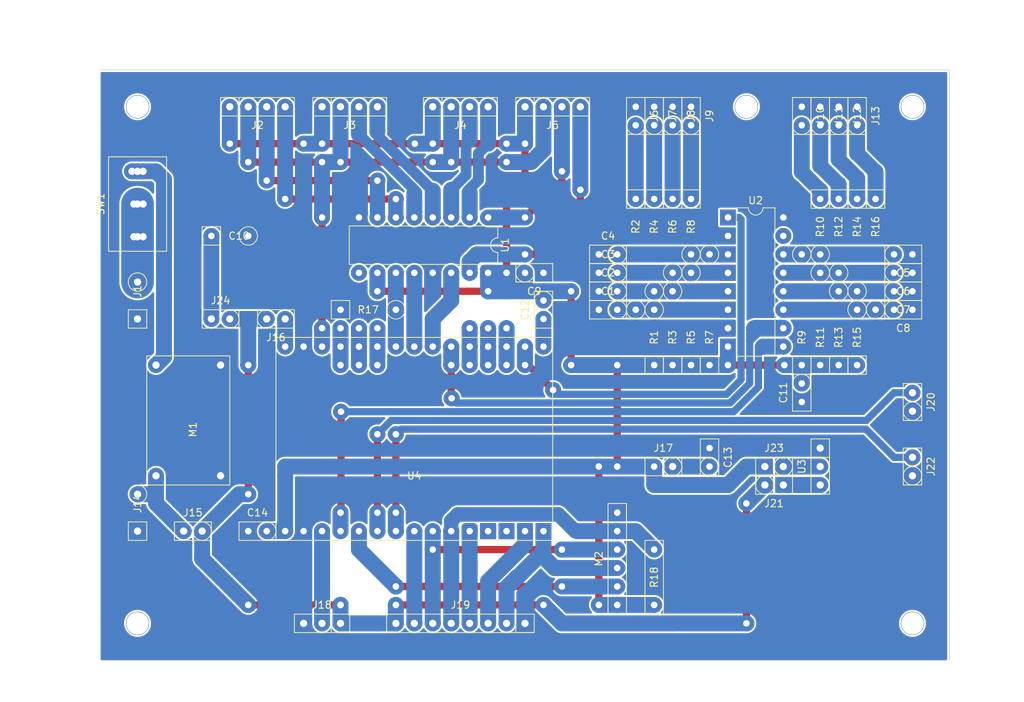
<source format=kicad_pcb>
(kicad_pcb (version 20171130) (host pcbnew "(5.1.6)-1")
  (layers (0 F.Cu signal) (31 B.Cu signal) (34 B.Paste user hide) (35 F.Paste user hide) (36 B.SilkS user hide) (37 F.SilkS user hide) (38 B.Mask user hide) (39 F.Mask user hide) (44 Edge.Cuts user))
  (net 0 "")
  (net 1 "Net-(C6-Pad1)")
  (net 2 "Net-(C7-Pad1)")
  (net 3 "Net-(C8-Pad1)")
  (net 4 "Net-(J8-Pad1)")
  (net 5 "Net-(J9-Pad1)")
  (net 6 "Net-(J10-Pad1)")
  (net 7 "Net-(J11-Pad1)")
  (net 8 +24V)
  (net 9 GND)
  (net 10 +3V3)
  (net 11 +5V)
  (net 12 SW_LATCH)
  (net 13 PWM_1)
  (net 14 X_DIR)
  (net 15 X_STEP)
  (net 16 STEP_EN)
  (net 17 Y_DIR)
  (net 18 Y_STEP)
  (net 19 Z_STEP)
  (net 20 Z_DIR)
  (net 21 MISO)
  (net 22 MCLK)
  (net 23 MOSI)
  (net 24 SD_CS)
  (net 25 SW_CLK)
  (net 26 TOUCH_CS)
  (net 27 TFT_DC)
  (net 28 TFT_CS)
  (net 29 SW_DATA)
  (net 30 LED)
  (net 31 "Net-(C1-Pad1)")
  (net 32 "Net-(C2-Pad1)")
  (net 33 "Net-(C3-Pad1)")
  (net 34 "Net-(C4-Pad1)")
  (net 35 "Net-(C5-Pad1)")
  (net 36 "Net-(J6-Pad1)")
  (net 37 "Net-(J7-Pad1)")
  (net 38 "Net-(J12-Pad1)")
  (net 39 A_STEP)
  (net 40 A_DIR)
  (net 41 I2S_BCK)
  (net 42 I2S_DATA)
  (net 43 I2S_WS)
  (net 44 D2)
  (net 45 "Net-(C12-Pad2)")
  (net 46 "Net-(C13-Pad1)")
  (net 47 "Net-(J1-Pad2)")
  (net 48 "Net-(J13-Pad1)")
  (net 49 "Net-(J14-Pad2)")
  (net 50 "Net-(J16-Pad2)")
  (net 51 PWM_2)
  (net 52 "Net-(U2-Pad15)")
  (net 53 "Net-(U4-Pad5)")
  (net 54 "Net-(U4-Pad6)")
  (net 55 "Net-(U4-Pad11)")
  (net 56 "Net-(U4-Pad12)")
  (net 57 "Net-(U4-Pad13)")
  (net 58 "Net-(U4-Pad18)")
  (net 59 "Net-(U4-Pad19)")
  (net 60 "Net-(U4-Pad4)")
  (net 61 "Net-(J21-Pad2)")
  (net 62 "Net-(J23-Pad1)")
  (net 63 "Net-(C10-Pad1)")
  (module cnc3018-PCB:ESP32-DEV_0 (layer F.Cu) (at 43.18 -30.48)
    (fp_text reference U4 (at 0 5.08) (layer F.SilkS))
    (fp_text value ESP32_DEV_0)
    (pad 1 thru_hole circle (at -17.78 -12.7) (size 2.2 2.2) (drill 0.9) (layers *.Cu *.Mask) (net 50 "Net-(J16-Pad2)"))
    (pad 2 thru_hole circle (at -15.24 -12.7) (size 2.2 2.2) (drill 0.9) (layers *.Cu *.Mask) (net 9 GND))
    (pad 3 thru_hole circle (at -12.7 -12.7) (size 2.2 2.2) (drill 0.9) (layers *.Cu *.Mask) (net 16 STEP_EN))
    (pad 4 thru_hole circle (at -10.16 -12.7) (size 2.2 2.2) (drill 0.9) (layers *.Cu *.Mask) (net 60 "Net-(U4-Pad4)"))
    (pad 5 thru_hole circle (at -7.62 -12.7) (size 2.2 2.2) (drill 0.9) (layers *.Cu *.Mask) (net 53 "Net-(U4-Pad5)"))
    (pad 6 thru_hole circle (at -5.08 -12.7) (size 2.2 2.2) (drill 0.9) (layers *.Cu *.Mask) (net 54 "Net-(U4-Pad6)"))
    (pad 7 thru_hole circle (at -2.54 -12.7) (size 2.2 2.2) (drill 0.9) (layers *.Cu *.Mask) (net 41 I2S_BCK))
    (pad 8 thru_hole circle (at 0 -12.7) (size 2.2 2.2) (drill 0.9) (layers *.Cu *.Mask) (net 43 I2S_WS))
    (pad 9 thru_hole circle (at 2.54 -12.7) (size 2.2 2.2) (drill 0.9) (layers *.Cu *.Mask) (net 42 I2S_DATA))
    (pad 10 thru_hole circle (at 5.08 -12.7) (size 2.2 2.2) (drill 0.9) (layers *.Cu *.Mask) (net 25 SW_CLK))
    (pad 11 thru_hole circle (at 7.62 -12.7) (size 2.2 2.2) (drill 0.9) (layers *.Cu *.Mask) (net 55 "Net-(U4-Pad11)"))
    (pad 12 thru_hole circle (at 10.16 -12.7) (size 2.2 2.2) (drill 0.9) (layers *.Cu *.Mask) (net 56 "Net-(U4-Pad12)"))
    (pad 13 thru_hole circle (at 12.7 -12.7) (size 2.2 2.2) (drill 0.9) (layers *.Cu *.Mask) (net 57 "Net-(U4-Pad13)"))
    (pad 14 thru_hole circle (at 15.24 -12.7) (size 2.2 2.2) (drill 0.9) (layers *.Cu *.Mask) (net 29 SW_DATA))
    (pad 15 thru_hole circle (at 17.78 -12.7) (size 2.2 2.2) (drill 0.9) (layers *.Cu *.Mask) (net 45 "Net-(C12-Pad2)"))
    (pad 16 thru_hole rect (at 17.78 12.7) (size 2.2 2.2) (drill 0.9) (layers *.Cu *.Mask) (net 23 MOSI))
    (pad 17 thru_hole rect (at 15.24 12.7) (size 2.2 2.2) (drill 0.9) (layers *.Cu *.Mask) (net 28 TFT_CS))
    (pad 18 thru_hole rect (at 12.7 12.7) (size 2.2 2.2) (drill 0.9) (layers *.Cu *.Mask) (net 58 "Net-(U4-Pad18)"))
    (pad 19 thru_hole rect (at 10.16 12.7) (size 2.2 2.2) (drill 0.9) (layers *.Cu *.Mask) (net 59 "Net-(U4-Pad19)"))
    (pad 20 thru_hole roundrect (at 7.62 12.7) (size 2.2 2.2) (drill 0.9) (layers *.Cu *.Mask) (net 27 TFT_DC))
    (pad 21 thru_hole circle (at 5.08 12.7) (size 2.2 2.2) (drill 0.9) (layers *.Cu *.Mask) (net 21 MISO))
    (pad 22 thru_hole circle (at 2.54 12.7) (size 2.2 2.2) (drill 0.9) (layers *.Cu *.Mask) (net 22 MCLK))
    (pad 23 thru_hole circle (at 0 12.7) (size 2.2 2.2) (drill 0.9) (layers *.Cu *.Mask) (net 26 TOUCH_CS))
    (pad 24 thru_hole circle (at -2.54 12.7) (size 2.2 2.2) (drill 0.9) (layers *.Cu *.Mask) (net 51 PWM_2))
    (pad 25 thru_hole circle (at -5.08 12.7) (size 2.2 2.2) (drill 0.9) (layers *.Cu *.Mask) (net 13 PWM_1))
    (pad 26 thru_hole circle (at -7.62 12.7) (size 2.2 2.2) (drill 0.9) (layers *.Cu *.Mask) (net 24 SD_CS))
    (pad 27 thru_hole circle (at -10.16 12.7) (size 2.2 2.2) (drill 0.9) (layers *.Cu *.Mask) (net 12 SW_LATCH))
    (pad 28 thru_hole circle (at -12.7 12.7) (size 2.2 2.2) (drill 0.9) (layers *.Cu *.Mask) (net 30 LED))
    (pad 29 thru_hole circle (at -15.24 12.7) (size 2.2 2.2) (drill 0.9) (layers *.Cu *.Mask) (net 9 GND))
    (pad 30 thru_hole circle (at -17.78 12.7) (size 2.2 2.2) (drill 0.9) (layers *.Cu *.Mask) (net 10 +3V3))
  )
  (module cnc3018-PCB:my2pin (layer F.Cu) (at 71.12 -48.26 180)
    (fp_text reference C1 (at 1.27 2.54) (layer F.SilkS))
    (fp_text value 100nf)
    (pad 2 thru_hole circle (at 2.54 0 180) (size 2.2 2.2) (drill 0.9) (layers *.Cu *.Mask) (net 9 GND))
    (pad 1 thru_hole circle (at 0 0 180) (size 2.2 2.2) (drill 0.9) (layers *.Cu *.Mask) (net 31 "Net-(C1-Pad1)"))
  )
  (module cnc3018-PCB:my2pin (layer F.Cu) (at 71.12 -50.8 180)
    (fp_text reference C2 (at 1.27 2.54) (layer F.SilkS))
    (fp_text value 100nf)
    (pad 2 thru_hole circle (at 2.54 0 180) (size 2.2 2.2) (drill 0.9) (layers *.Cu *.Mask) (net 9 GND))
    (pad 1 thru_hole circle (at 0 0 180) (size 2.2 2.2) (drill 0.9) (layers *.Cu *.Mask) (net 32 "Net-(C2-Pad1)"))
  )
  (module cnc3018-PCB:my2pin (layer F.Cu) (at 71.12 -53.34 180)
    (fp_text reference C3 (at 1.27 2.54) (layer F.SilkS))
    (fp_text value 100nf)
    (pad 1 thru_hole circle (at 0 0 180) (size 2.2 2.2) (drill 0.9) (layers *.Cu *.Mask) (net 33 "Net-(C3-Pad1)"))
    (pad 2 thru_hole circle (at 2.54 0 180) (size 2.2 2.2) (drill 0.9) (layers *.Cu *.Mask) (net 9 GND))
  )
  (module cnc3018-PCB:my2pin (layer F.Cu) (at 71.12 -55.88 180)
    (fp_text reference C4 (at 1.27 2.54) (layer F.SilkS))
    (fp_text value 100nf)
    (pad 2 thru_hole circle (at 2.54 0 180) (size 2.2 2.2) (drill 0.9) (layers *.Cu *.Mask) (net 9 GND))
    (pad 1 thru_hole circle (at 0 0 180) (size 2.2 2.2) (drill 0.9) (layers *.Cu *.Mask) (net 34 "Net-(C4-Pad1)"))
  )
  (module cnc3018-PCB:my2pin (layer F.Cu) (at 109.22 -55.88)
    (fp_text reference C5 (at 1.27 2.54) (layer F.SilkS))
    (fp_text value 100nf)
    (pad 1 thru_hole circle (at 0 0) (size 2.2 2.2) (drill 0.9) (layers *.Cu *.Mask) (net 35 "Net-(C5-Pad1)"))
    (pad 2 thru_hole circle (at 2.54 0) (size 2.2 2.2) (drill 0.9) (layers *.Cu *.Mask) (net 9 GND))
  )
  (module cnc3018-PCB:my2pin (layer F.Cu) (at 109.22 -53.34)
    (fp_text reference C6 (at 1.27 2.54) (layer F.SilkS))
    (fp_text value 100nf)
    (pad 2 thru_hole circle (at 2.54 0) (size 2.2 2.2) (drill 0.9) (layers *.Cu *.Mask) (net 9 GND))
    (pad 1 thru_hole circle (at 0 0) (size 2.2 2.2) (drill 0.9) (layers *.Cu *.Mask) (net 1 "Net-(C6-Pad1)"))
  )
  (module cnc3018-PCB:my2pin (layer F.Cu) (at 109.22 -50.8)
    (fp_text reference C7 (at 1.27 2.54) (layer F.SilkS))
    (fp_text value 100nf)
    (pad 1 thru_hole circle (at 0 0) (size 2.2 2.2) (drill 0.9) (layers *.Cu *.Mask) (net 2 "Net-(C7-Pad1)"))
    (pad 2 thru_hole circle (at 2.54 0) (size 2.2 2.2) (drill 0.9) (layers *.Cu *.Mask) (net 9 GND))
  )
  (module cnc3018-PCB:my2pin (layer F.Cu) (at 109.22 -48.26)
    (fp_text reference C8 (at 1.27 2.54) (layer F.SilkS))
    (fp_text value 100nf)
    (pad 2 thru_hole circle (at 2.54 0) (size 2.2 2.2) (drill 0.9) (layers *.Cu *.Mask) (net 9 GND))
    (pad 1 thru_hole circle (at 0 0) (size 2.2 2.2) (drill 0.9) (layers *.Cu *.Mask) (net 3 "Net-(C8-Pad1)"))
  )
  (module cnc3018-PCB:my2pin (layer F.Cu) (at 58.42 -53.34)
    (fp_text reference C9 (at 1.27 2.54) (layer F.SilkS))
    (fp_text value 100nf)
    (pad 1 thru_hole circle (at 0 0) (size 2.2 2.2) (drill 0.9) (layers *.Cu *.Mask) (net 10 +3V3))
    (pad 2 thru_hole circle (at 2.54 0) (size 2.2 2.2) (drill 0.9) (layers *.Cu *.Mask) (net 9 GND))
  )
  (module cnc3018-PCB:mySkip1 (layer F.Cu) (at 15.24 -58.42)
    (fp_text reference C10 (at 3.81 0) (layer F.SilkS))
    (fp_text value "330uf 50v")
    (pad 1 thru_hole circle (at 0 0) (size 2.2 2.2) (drill 0.9) (layers *.Cu *.Mask) (net 63 "Net-(C10-Pad1)"))
    (pad 2 thru_hole circle (at 5.08 0) (size 2.2 2.2) (drill 0.9) (layers *.Cu *.Mask) (net 9 GND))
  )
  (module cnc3018-PCB:my2pin (layer F.Cu) (at 96.52 -38.1 270)
    (fp_text reference C11 (at 1.27 2.54 90) (layer F.SilkS))
    (fp_text value 100nf)
    (pad 2 thru_hole circle (at 2.54 0 270) (size 2.2 2.2) (drill 0.9) (layers *.Cu *.Mask) (net 9 GND))
    (pad 1 thru_hole circle (at 0 0 270) (size 2.2 2.2) (drill 0.9) (layers *.Cu *.Mask) (net 10 +3V3))
  )
  (module cnc3018-PCB:my2pin (layer F.Cu) (at 60.96 -49.53 270)
    (fp_text reference C12 (at 1.27 2.54 90) (layer F.SilkS))
    (fp_text value 10uF)
    (pad 1 thru_hole circle (at 0 0 270) (size 2.2 2.2) (drill 0.9) (layers *.Cu *.Mask) (net 10 +3V3))
    (pad 2 thru_hole circle (at 2.54 0 270) (size 2.2 2.2) (drill 0.9) (layers *.Cu *.Mask) (net 45 "Net-(C12-Pad2)"))
  )
  (module cnc3018-PCB:my2pin (layer F.Cu) (at 83.82 -26.67 90)
    (fp_text reference C13 (at 1.27 2.54 90) (layer F.SilkS))
    (fp_text value "220uf 10V")
    (pad 2 thru_hole circle (at 2.54 0 90) (size 2.2 2.2) (drill 0.9) (layers *.Cu *.Mask) (net 9 GND))
    (pad 1 thru_hole circle (at 0 0 90) (size 2.2 2.2) (drill 0.9) (layers *.Cu *.Mask) (net 46 "Net-(C13-Pad1)"))
  )
  (module cnc3018-PCB:my2pin (layer F.Cu) (at 22.86 -17.78 180)
    (fp_text reference C14 (at 1.27 2.54) (layer F.SilkS))
    (fp_text value 100nf)
    (pad 1 thru_hole circle (at 0 0 180) (size 2.2 2.2) (drill 0.9) (layers *.Cu *.Mask) (net 10 +3V3))
    (pad 2 thru_hole circle (at 2.54 0 180) (size 2.2 2.2) (drill 0.9) (layers *.Cu *.Mask) (net 9 GND))
  )
  (module cnc3018-PCB:mySkip1 (layer F.Cu) (at 5.08 -46.99 90)
    (fp_text reference J1 (at 3.81 0 90) (layer F.SilkS))
    (fp_text value 24V)
    (pad 2 thru_hole circle (at 5.08 0 90) (size 2.2 2.2) (drill 1) (layers *.Cu *.Mask) (net 47 "Net-(J1-Pad2)"))
    (pad 1 thru_hole circle (at 0 0 90) (size 2.2 2.2) (drill 1) (layers *.Cu *.Mask) (net 9 GND))
  )
  (module cnc3018-PCB:my4pin (layer F.Cu) (at 17.78 -76.2)
    (fp_text reference J2 (at 3.81 2.54) (layer F.SilkS))
    (fp_text value X_AXIS)
    (pad 1 thru_hole circle (at 0 0) (size 2.2 2.2) (drill 1) (layers *.Cu *.Mask) (net 10 +3V3))
    (pad 2 thru_hole circle (at 2.54 0) (size 2.2 2.2) (drill 1) (layers *.Cu *.Mask) (net 16 STEP_EN))
    (pad 3 thru_hole circle (at 5.08 0) (size 2.2 2.2) (drill 1) (layers *.Cu *.Mask) (net 14 X_DIR))
    (pad 4 thru_hole circle (at 7.62 0) (size 2.2 2.2) (drill 1) (layers *.Cu *.Mask) (net 15 X_STEP))
  )
  (module cnc3018-PCB:my4pin (layer F.Cu) (at 30.48 -76.2)
    (fp_text reference J3 (at 3.81 2.54) (layer F.SilkS))
    (fp_text value A_AXIS)
    (pad 4 thru_hole circle (at 7.62 0) (size 2.2 2.2) (drill 1) (layers *.Cu *.Mask) (net 39 A_STEP))
    (pad 3 thru_hole circle (at 5.08 0) (size 2.2 2.2) (drill 1) (layers *.Cu *.Mask) (net 40 A_DIR))
    (pad 2 thru_hole circle (at 2.54 0) (size 2.2 2.2) (drill 1) (layers *.Cu *.Mask) (net 16 STEP_EN))
    (pad 1 thru_hole circle (at 0 0) (size 2.2 2.2) (drill 1) (layers *.Cu *.Mask) (net 10 +3V3))
  )
  (module cnc3018-PCB:my4pin (layer F.Cu) (at 45.72 -76.2)
    (fp_text reference J4 (at 3.81 2.54) (layer F.SilkS))
    (fp_text value Y_AXIS)
    (pad 1 thru_hole circle (at 0 0) (size 2.2 2.2) (drill 1) (layers *.Cu *.Mask) (net 10 +3V3))
    (pad 2 thru_hole circle (at 2.54 0) (size 2.2 2.2) (drill 1) (layers *.Cu *.Mask) (net 16 STEP_EN))
    (pad 3 thru_hole circle (at 5.08 0) (size 2.2 2.2) (drill 1) (layers *.Cu *.Mask) (net 17 Y_DIR))
    (pad 4 thru_hole circle (at 7.62 0) (size 2.2 2.2) (drill 1) (layers *.Cu *.Mask) (net 18 Y_STEP))
  )
  (module cnc3018-PCB:my4pin (layer F.Cu) (at 58.42 -76.2)
    (fp_text reference J5 (at 3.81 2.54) (layer F.SilkS))
    (fp_text value Z_AXIS)
    (pad 4 thru_hole circle (at 7.62 0) (size 2.2 2.2) (drill 1) (layers *.Cu *.Mask) (net 19 Z_STEP))
    (pad 3 thru_hole circle (at 5.08 0) (size 2.2 2.2) (drill 1) (layers *.Cu *.Mask) (net 20 Z_DIR))
    (pad 2 thru_hole circle (at 2.54 0) (size 2.2 2.2) (drill 1) (layers *.Cu *.Mask) (net 16 STEP_EN))
    (pad 1 thru_hole circle (at 0 0) (size 2.2 2.2) (drill 1) (layers *.Cu *.Mask) (net 10 +3V3))
  )
  (module cnc3018-PCB:my2pin (layer F.Cu) (at 73.66 -73.66 90)
    (fp_text reference J6 (at 1.27 2.54 90) (layer F.SilkS))
    (fp_text value X_ZERO)
    (pad 1 thru_hole circle (at 0 0 90) (size 2.2 2.2) (drill 0.9) (layers *.Cu *.Mask) (net 36 "Net-(J6-Pad1)"))
    (pad 2 thru_hole circle (at 2.54 0 90) (size 2.2 2.2) (drill 0.9) (layers *.Cu *.Mask) (net 9 GND))
  )
  (module cnc3018-PCB:my2pin (layer F.Cu) (at 76.2 -73.66 90)
    (fp_text reference J7 (at 1.27 2.54 90) (layer F.SilkS))
    (fp_text value X_LIM)
    (pad 2 thru_hole circle (at 2.54 0 90) (size 2.2 2.2) (drill 0.9) (layers *.Cu *.Mask) (net 9 GND))
    (pad 1 thru_hole circle (at 0 0 90) (size 2.2 2.2) (drill 0.9) (layers *.Cu *.Mask) (net 37 "Net-(J7-Pad1)"))
  )
  (module cnc3018-PCB:my2pin (layer F.Cu) (at 78.74 -73.66 90)
    (fp_text reference J8 (at 1.27 2.54 90) (layer F.SilkS))
    (fp_text value Y_ZERO)
    (pad 1 thru_hole circle (at 0 0 90) (size 2.2 2.2) (drill 0.9) (layers *.Cu *.Mask) (net 4 "Net-(J8-Pad1)"))
    (pad 2 thru_hole circle (at 2.54 0 90) (size 2.2 2.2) (drill 0.9) (layers *.Cu *.Mask) (net 9 GND))
  )
  (module cnc3018-PCB:my2pin (layer F.Cu) (at 81.28 -73.66 90)
    (fp_text reference J9 (at 1.27 2.54 90) (layer F.SilkS))
    (fp_text value Y_LIM)
    (pad 1 thru_hole circle (at 0 0 90) (size 2.2 2.2) (drill 0.9) (layers *.Cu *.Mask) (net 5 "Net-(J9-Pad1)"))
    (pad 2 thru_hole circle (at 2.54 0 90) (size 2.2 2.2) (drill 0.9) (layers *.Cu *.Mask) (net 9 GND))
  )
  (module cnc3018-PCB:my2pin (layer F.Cu) (at 96.52 -73.66 90)
    (fp_text reference J10 (at 1.27 2.54 90) (layer F.SilkS))
    (fp_text value Z_ZERO)
    (pad 1 thru_hole circle (at 0 0 90) (size 2.2 2.2) (drill 0.9) (layers *.Cu *.Mask) (net 6 "Net-(J10-Pad1)"))
    (pad 2 thru_hole circle (at 2.54 0 90) (size 2.2 2.2) (drill 0.9) (layers *.Cu *.Mask) (net 9 GND))
  )
  (module cnc3018-PCB:my2pin (layer F.Cu) (at 99.06 -73.66 90)
    (fp_text reference J11 (at 1.27 2.54 90) (layer F.SilkS))
    (fp_text value Z_LIM)
    (pad 2 thru_hole circle (at 2.54 0 90) (size 2.2 2.2) (drill 0.9) (layers *.Cu *.Mask) (net 9 GND))
    (pad 1 thru_hole circle (at 0 0 90) (size 2.2 2.2) (drill 0.9) (layers *.Cu *.Mask) (net 7 "Net-(J11-Pad1)"))
  )
  (module cnc3018-PCB:my2pin (layer F.Cu) (at 101.6 -73.66 90)
    (fp_text reference J12 (at 1.27 2.54 90) (layer F.SilkS))
    (fp_text value PROBE)
    (pad 2 thru_hole circle (at 2.54 0 90) (size 2.2 2.2) (drill 0.9) (layers *.Cu *.Mask) (net 9 GND))
    (pad 1 thru_hole circle (at 0 0 90) (size 2.2 2.2) (drill 0.9) (layers *.Cu *.Mask) (net 38 "Net-(J12-Pad1)"))
  )
  (module cnc3018-PCB:my2pin (layer F.Cu) (at 104.14 -73.66 90)
    (fp_text reference J13 (at 1.27 2.54 90) (layer F.SilkS))
    (fp_text value UNUSED)
    (pad 2 thru_hole circle (at 2.54 0 90) (size 2.2 2.2) (drill 0.9) (layers *.Cu *.Mask) (net 9 GND))
    (pad 1 thru_hole circle (at 0 0 90) (size 2.2 2.2) (drill 0.9) (layers *.Cu *.Mask) (net 48 "Net-(J13-Pad1)"))
  )
  (module cnc3018-PCB:mySkip1 (layer F.Cu) (at 5.08 -17.78 90)
    (fp_text reference J14 (at 3.81 0 90) (layer F.SilkS))
    (fp_text value 5V)
    (pad 1 thru_hole circle (at 0 0 90) (size 2.2 2.2) (drill 1) (layers *.Cu *.Mask) (net 9 GND))
    (pad 2 thru_hole circle (at 5.08 0 90) (size 2.2 2.2) (drill 1) (layers *.Cu *.Mask) (net 49 "Net-(J14-Pad2)"))
  )
  (module cnc3018-PCB:my2pin (layer F.Cu) (at 13.97 -17.78 180)
    (fp_text reference J15 (at 1.27 2.54) (layer F.SilkS))
    (fp_text value "EXT 5V")
    (pad 1 thru_hole circle (at 0 0 180) (size 2.2 2.2) (drill 1) (layers *.Cu *.Mask) (net 11 +5V))
    (pad 2 thru_hole circle (at 2.54 0 180) (size 2.2 2.2) (drill 1) (layers *.Cu *.Mask) (net 49 "Net-(J14-Pad2)"))
  )
  (module cnc3018-PCB:my2pin (layer F.Cu) (at 22.86 -46.99)
    (fp_text reference J16 (at 1.27 2.54) (layer F.SilkS))
    (fp_text value "USB 5V")
    (pad 2 thru_hole circle (at 2.54 0) (size 2.2 2.2) (drill 1) (layers *.Cu *.Mask) (net 50 "Net-(J16-Pad2)"))
    (pad 1 thru_hole circle (at 0 0) (size 2.2 2.2) (drill 1) (layers *.Cu *.Mask) (net 11 +5V))
  )
  (module cnc3018-PCB:my2pin (layer F.Cu) (at 78.74 -26.67 180)
    (fp_text reference J17 (at 1.27 2.54) (layer F.SilkS))
    (fp_text value CAP3V)
    (pad 1 thru_hole rect (at 0 0 180) (size 2.2 2.2) (drill 1) (layers *.Cu *.Mask) (net 46 "Net-(C13-Pad1)"))
    (pad 2 thru_hole circle (at 2.54 0 180) (size 2.2 2.2) (drill 0.9) (layers *.Cu *.Mask) (net 10 +3V3))
  )
  (module cnc3018-PCB:my3pin (layer F.Cu) (at 30.48 -5.08 180)
    (fp_text reference J18 (at 0 2.54) (layer F.SilkS))
    (fp_text value "WS2812B Strip")
    (pad 1 thru_hole circle (at -2.54 0 180) (size 2.2 2.2) (drill 1) (layers *.Cu *.Mask) (net 11 +5V))
    (pad 2 thru_hole circle (at 0 0 180) (size 2.2 2.2) (drill 1) (layers *.Cu *.Mask) (net 30 LED))
    (pad 3 thru_hole circle (at 2.54 0 180) (size 2.2 2.2) (drill 1) (layers *.Cu *.Mask) (net 9 GND))
  )
  (module cnc3018-PCB:my8Pin (layer F.Cu) (at 50.8 -5.08 180)
    (fp_text reference J19 (at 1.27 2.54) (layer F.SilkS))
    (fp_text value Display)
    (pad 1 thru_hole circle (at -7.62 0 180) (size 2.2 2.2) (drill 1) (layers *.Cu *.Mask) (net 9 GND))
    (pad 2 thru_hole circle (at -5.08 0 180) (size 2.2 2.2) (drill 1) (layers *.Cu *.Mask) (net 23 MOSI))
    (pad 3 thru_hole circle (at -2.54 0 180) (size 2.2 2.2) (drill 1) (layers *.Cu *.Mask) (net 28 TFT_CS))
    (pad 4 thru_hole circle (at 0 0 180) (size 2.2 2.2) (drill 1) (layers *.Cu *.Mask) (net 27 TFT_DC))
    (pad 5 thru_hole circle (at 2.54 0 180) (size 2.2 2.2) (drill 1) (layers *.Cu *.Mask) (net 21 MISO))
    (pad 6 thru_hole circle (at 5.08 0 180) (size 2.2 2.2) (drill 1) (layers *.Cu *.Mask) (net 22 MCLK))
    (pad 7 thru_hole circle (at 7.62 0 180) (size 2.2 2.2) (drill 1) (layers *.Cu *.Mask) (net 26 TOUCH_CS))
    (pad 8 thru_hole circle (at 10.16 0 180) (size 2.2 2.2) (drill 1) (layers *.Cu *.Mask) (net 11 +5V))
  )
  (module cnc3018-PCB:my2pin (layer F.Cu) (at 111.76 -34.29 90)
    (fp_text reference J20 (at 1.27 2.54 90) (layer F.SilkS))
    (fp_text value PWM_1A)
    (pad 1 thru_hole circle (at 0 0 90) (size 2.2 2.2) (drill 1) (layers *.Cu *.Mask) (net 9 GND))
    (pad 2 thru_hole circle (at 2.54 0 90) (size 2.2 2.2) (drill 1) (layers *.Cu *.Mask) (net 13 PWM_1))
  )
  (module cnc3018-PCB:my2pin (layer F.Cu) (at 111.76 -25.4 90)
    (fp_text reference J22 (at 1.27 2.54 90) (layer F.SilkS))
    (fp_text value PWM_2A)
    (pad 2 thru_hole circle (at 2.54 0 90) (size 2.2 2.2) (drill 1) (layers *.Cu *.Mask) (net 51 PWM_2))
    (pad 1 thru_hole circle (at 0 0 90) (size 2.2 2.2) (drill 1) (layers *.Cu *.Mask) (net 9 GND))
  )
  (module cnc3018-PCB:BUCK01 (layer F.Cu) (at 16.51 -35.56 270)
    (fp_text reference M1 (at 3.81 3.81 90) (layer F.SilkS))
    (fp_text value BUCK01)
    (pad 1 thru_hole circle (at -5.08 0 270) (size 2.2 2.2) (drill 1) (layers *.Cu *.Mask) (net 9 GND))
    (pad 2 thru_hole circle (at 10.16 0 270) (size 2.2 2.2) (drill 1) (layers *.Cu *.Mask) (net 9 GND))
    (pad 3 thru_hole circle (at 10.16 8.89 270) (size 2.2 2.2) (drill 1) (layers *.Cu *.Mask) (net 49 "Net-(J14-Pad2)"))
    (pad 4 thru_hole circle (at -5.08 8.89 270) (size 2.2 2.2) (drill 1) (layers *.Cu *.Mask) (net 8 +24V))
  )
  (module cnc3018-PCB:my6Pin (layer F.Cu) (at 71.12 -20.32 270)
    (fp_text reference M2 (at 6.35 2.54 90) (layer F.SilkS))
    (fp_text value SD_TYP0)
    (pad 1 thru_hole circle (at 0 0 270) (size 2.2 2.2) (drill 0.9) (layers *.Cu *.Mask) (net 9 GND))
    (pad 2 thru_hole circle (at 2.54 0 270) (size 2.2 2.2) (drill 0.9) (layers *.Cu *.Mask) (net 21 MISO))
    (pad 3 thru_hole circle (at 5.08 0 270) (size 2.2 2.2) (drill 0.9) (layers *.Cu *.Mask) (net 22 MCLK))
    (pad 4 thru_hole circle (at 7.62 0 270) (size 2.2 2.2) (drill 0.9) (layers *.Cu *.Mask) (net 23 MOSI))
    (pad 5 thru_hole circle (at 10.16 0 270) (size 2.2 2.2) (drill 0.9) (layers *.Cu *.Mask) (net 24 SD_CS))
    (pad 6 thru_hole circle (at 12.7 0 270) (size 2.2 2.2) (drill 0.9) (layers *.Cu *.Mask) (net 10 +3V3))
  )
  (module cnc3018-PCB:mySkip2 (layer F.Cu) (at 76.2 -40.64 90)
    (fp_text reference R1 (at 3.81 0 90) (layer F.SilkS))
    (fp_text value 10K)
    (pad 1 thru_hole circle (at 0 0 90) (size 2.2 2.2) (drill 0.9) (layers *.Cu *.Mask) (net 10 +3V3))
    (pad 2 thru_hole circle (at 7.62 0 90) (size 2.2 2.2) (drill 0.9) (layers *.Cu *.Mask) (net 31 "Net-(C1-Pad1)"))
  )
  (module cnc3018-PCB:mySkip5 (layer F.Cu) (at 73.66 -63.5 270)
    (fp_text reference R2 (at 3.81 0 90) (layer F.SilkS))
    (fp_text value 100)
    (pad 2 thru_hole circle (at 15.24 0 270) (size 2.2 2.2) (drill 0.9) (layers *.Cu *.Mask) (net 31 "Net-(C1-Pad1)"))
    (pad 1 thru_hole circle (at 0 0 270) (size 2.2 2.2) (drill 0.9) (layers *.Cu *.Mask) (net 36 "Net-(J6-Pad1)"))
  )
  (module cnc3018-PCB:mySkip3 (layer F.Cu) (at 78.74 -40.64 90)
    (fp_text reference R3 (at 3.81 0 90) (layer F.SilkS))
    (fp_text value 10K)
    (pad 1 thru_hole circle (at 0 0 90) (size 2.2 2.2) (drill 0.9) (layers *.Cu *.Mask) (net 10 +3V3))
    (pad 2 thru_hole circle (at 10.16 0 90) (size 2.2 2.2) (drill 0.9) (layers *.Cu *.Mask) (net 32 "Net-(C2-Pad1)"))
  )
  (module cnc3018-PCB:mySkip4 (layer F.Cu) (at 76.2 -63.5 270)
    (fp_text reference R4 (at 3.81 0 90) (layer F.SilkS))
    (fp_text value 100)
    (pad 1 thru_hole circle (at 0 0 270) (size 2.2 2.2) (drill 0.9) (layers *.Cu *.Mask) (net 37 "Net-(J7-Pad1)"))
    (pad 2 thru_hole circle (at 12.7 0 270) (size 2.2 2.2) (drill 0.9) (layers *.Cu *.Mask) (net 32 "Net-(C2-Pad1)"))
  )
  (module cnc3018-PCB:mySkip4 (layer F.Cu) (at 81.28 -40.64 90)
    (fp_text reference R5 (at 3.81 0 90) (layer F.SilkS))
    (fp_text value 10K)
    (pad 2 thru_hole circle (at 12.7 0 90) (size 2.2 2.2) (drill 0.9) (layers *.Cu *.Mask) (net 33 "Net-(C3-Pad1)"))
    (pad 1 thru_hole circle (at 0 0 90) (size 2.2 2.2) (drill 0.9) (layers *.Cu *.Mask) (net 10 +3V3))
  )
  (module cnc3018-PCB:mySkip3 (layer F.Cu) (at 78.74 -63.5 270)
    (fp_text reference R6 (at 3.81 0 90) (layer F.SilkS))
    (fp_text value 100)
    (pad 1 thru_hole circle (at 0 0 270) (size 2.2 2.2) (drill 0.9) (layers *.Cu *.Mask) (net 4 "Net-(J8-Pad1)"))
    (pad 2 thru_hole circle (at 10.16 0 270) (size 2.2 2.2) (drill 0.9) (layers *.Cu *.Mask) (net 33 "Net-(C3-Pad1)"))
  )
  (module cnc3018-PCB:mySkip5 (layer F.Cu) (at 83.82 -40.64 90)
    (fp_text reference R7 (at 3.81 0 90) (layer F.SilkS))
    (fp_text value 10K)
    (pad 1 thru_hole circle (at 0 0 90) (size 2.2 2.2) (drill 0.9) (layers *.Cu *.Mask) (net 10 +3V3))
    (pad 2 thru_hole circle (at 15.24 0 90) (size 2.2 2.2) (drill 0.9) (layers *.Cu *.Mask) (net 34 "Net-(C4-Pad1)"))
  )
  (module cnc3018-PCB:mySkip2 (layer F.Cu) (at 81.28 -63.5 270)
    (fp_text reference R8 (at 3.81 0 90) (layer F.SilkS))
    (fp_text value 100)
    (pad 2 thru_hole circle (at 7.62 0 270) (size 2.2 2.2) (drill 0.9) (layers *.Cu *.Mask) (net 34 "Net-(C4-Pad1)"))
    (pad 1 thru_hole circle (at 0 0 270) (size 2.2 2.2) (drill 0.9) (layers *.Cu *.Mask) (net 5 "Net-(J9-Pad1)"))
  )
  (module cnc3018-PCB:mySkip5 (layer F.Cu) (at 96.52 -40.64 90)
    (fp_text reference R9 (at 3.81 0 90) (layer F.SilkS))
    (fp_text value 10K)
    (pad 2 thru_hole circle (at 15.24 0 90) (size 2.2 2.2) (drill 0.9) (layers *.Cu *.Mask) (net 35 "Net-(C5-Pad1)"))
    (pad 1 thru_hole circle (at 0 0 90) (size 2.2 2.2) (drill 0.9) (layers *.Cu *.Mask) (net 10 +3V3))
  )
  (module cnc3018-PCB:mySkip2 (layer F.Cu) (at 99.06 -63.5 270)
    (fp_text reference R10 (at 3.81 0 90) (layer F.SilkS))
    (fp_text value 100)
    (pad 1 thru_hole circle (at 0 0 270) (size 2.2 2.2) (drill 0.9) (layers *.Cu *.Mask) (net 6 "Net-(J10-Pad1)"))
    (pad 2 thru_hole circle (at 7.62 0 270) (size 2.2 2.2) (drill 0.9) (layers *.Cu *.Mask) (net 35 "Net-(C5-Pad1)"))
  )
  (module cnc3018-PCB:mySkip4 (layer F.Cu) (at 99.06 -40.64 90)
    (fp_text reference R11 (at 3.81 0 90) (layer F.SilkS))
    (fp_text value 10K)
    (pad 1 thru_hole circle (at 0 0 90) (size 2.2 2.2) (drill 0.9) (layers *.Cu *.Mask) (net 10 +3V3))
    (pad 2 thru_hole circle (at 12.7 0 90) (size 2.2 2.2) (drill 0.9) (layers *.Cu *.Mask) (net 1 "Net-(C6-Pad1)"))
  )
  (module cnc3018-PCB:mySkip3 (layer F.Cu) (at 101.6 -63.5 270)
    (fp_text reference R12 (at 3.81 0 90) (layer F.SilkS))
    (fp_text value 100)
    (pad 2 thru_hole circle (at 10.16 0 270) (size 2.2 2.2) (drill 0.9) (layers *.Cu *.Mask) (net 1 "Net-(C6-Pad1)"))
    (pad 1 thru_hole circle (at 0 0 270) (size 2.2 2.2) (drill 0.9) (layers *.Cu *.Mask) (net 7 "Net-(J11-Pad1)"))
  )
  (module cnc3018-PCB:mySkip3 (layer F.Cu) (at 101.6 -40.64 90)
    (fp_text reference R13 (at 3.81 0 90) (layer F.SilkS))
    (fp_text value 10K)
    (pad 2 thru_hole circle (at 10.16 0 90) (size 2.2 2.2) (drill 0.9) (layers *.Cu *.Mask) (net 2 "Net-(C7-Pad1)"))
    (pad 1 thru_hole circle (at 0 0 90) (size 2.2 2.2) (drill 0.9) (layers *.Cu *.Mask) (net 10 +3V3))
  )
  (module cnc3018-PCB:mySkip4 (layer F.Cu) (at 104.14 -63.5 270)
    (fp_text reference R14 (at 3.81 0 90) (layer F.SilkS))
    (fp_text value 100)
    (pad 2 thru_hole circle (at 12.7 0 270) (size 2.2 2.2) (drill 0.9) (layers *.Cu *.Mask) (net 2 "Net-(C7-Pad1)"))
    (pad 1 thru_hole circle (at 0 0 270) (size 2.2 2.2) (drill 0.9) (layers *.Cu *.Mask) (net 38 "Net-(J12-Pad1)"))
  )
  (module cnc3018-PCB:mySkip2 (layer F.Cu) (at 104.14 -40.64 90)
    (fp_text reference R15 (at 3.81 0 90) (layer F.SilkS))
    (fp_text value 10K)
    (pad 2 thru_hole circle (at 7.62 0 90) (size 2.2 2.2) (drill 0.9) (layers *.Cu *.Mask) (net 3 "Net-(C8-Pad1)"))
    (pad 1 thru_hole circle (at 0 0 90) (size 2.2 2.2) (drill 0.9) (layers *.Cu *.Mask) (net 10 +3V3))
  )
  (module cnc3018-PCB:mySkip5 (layer F.Cu) (at 106.68 -63.5 270)
    (fp_text reference R16 (at 3.81 0 90) (layer F.SilkS))
    (fp_text value 100)
    (pad 1 thru_hole circle (at 0 0 270) (size 2.2 2.2) (drill 0.9) (layers *.Cu *.Mask) (net 48 "Net-(J13-Pad1)"))
    (pad 2 thru_hole circle (at 15.24 0 270) (size 2.2 2.2) (drill 0.9) (layers *.Cu *.Mask) (net 3 "Net-(C8-Pad1)"))
  )
  (module cnc3018-PCB:mySkip2 (layer F.Cu) (at 33.02 -48.26)
    (fp_text reference R17 (at 3.81 0) (layer F.SilkS))
    (fp_text value 10K)
    (pad 1 thru_hole circle (at 0 0) (size 2.2 2.2) (drill 0.9) (layers *.Cu *.Mask) (net 9 GND))
    (pad 2 thru_hole circle (at 7.62 0) (size 2.2 2.2) (drill 0.9) (layers *.Cu *.Mask) (net 41 I2S_BCK))
  )
  (module cnc3018-PCB:myResistor (layer F.Cu) (at 76.2 -7.62 90)
    (fp_text reference R18 (at 3.81 0 90) (layer F.SilkS))
    (fp_text value 10K)
    (pad 1 thru_hole circle (at 0 0 90) (size 2.2 2.2) (drill 0.9) (layers *.Cu *.Mask) (net 10 +3V3))
    (pad 2 thru_hole circle (at 7.62 0 90) (size 2.2 2.2) (drill 0.9) (layers *.Cu *.Mask) (net 21 MISO))
  )
  (module cnc3018-PCB:SW_DPDT_BLUE_LEVER (layer F.Cu) (at 5.08 -62.81 270)
    (fp_text reference SW1 (at 0 5.08 90) (layer F.SilkS))
    (fp_text value POWER)
    (pad 3 thru_hole circle (at 4.5 0.508 270) (size 2.2 2.2) (drill 1) (layers *.Cu *.Mask) (net 47 "Net-(J1-Pad2)"))
    (pad 3 thru_hole circle (at 4.5 -0.762 270) (size 2.2 2.2) (drill 1) (layers *.Cu *.Mask) (net 47 "Net-(J1-Pad2)"))
    (pad 2 thru_hole circle (at 0 0.508 270) (size 2.2 2.2) (drill 1) (layers *.Cu *.Mask) (net 47 "Net-(J1-Pad2)"))
    (pad 2 thru_hole circle (at 0 -0.762 270) (size 2.2 2.2) (drill 1) (layers *.Cu *.Mask) (net 47 "Net-(J1-Pad2)"))
    (pad 1 thru_hole circle (at -4.5 0.762 270) (size 2.2 2.2) (drill 1) (layers *.Cu *.Mask) (net 8 +24V))
    (pad 1 thru_hole circle (at -4.5 -0.762 270) (size 2.2 2.2) (drill 1) (layers *.Cu *.Mask) (net 8 +24V))
    (pad 1 thru_hole circle (at -4.5 0 270) (size 2.2 2.2) (drill 1) (layers *.Cu *.Mask) (net 8 +24V))
    (pad 2 thru_hole circle (at 0 0 270) (size 2.2 2.2) (drill 1) (layers *.Cu *.Mask) (net 47 "Net-(J1-Pad2)"))
    (pad 3 thru_hole circle (at 4.5 0 270) (size 2.2 2.2) (drill 1) (layers *.Cu *.Mask) (net 47 "Net-(J1-Pad2)"))
  )
  (module cnc3018-PCB:myDip16 (layer F.Cu) (at 53.34 -60.96 270)
    (fp_text reference U1 (at 3.81 -2.33 90) (layer F.SilkS))
    (fp_text value 74HC595)
    (pad 1 thru_hole circle (at 0 0 270) (size 2.2 2.2) (drill 0.9) (layers *.Cu *.Mask) (net 20 Z_DIR))
    (pad 9 thru_hole circle (at 7.62 17.78 270) (size 2.2 2.2) (drill 0.9) (layers *.Cu *.Mask) (net 44 D2))
    (pad 2 thru_hole circle (at 0 2.54 270) (size 2.2 2.2) (drill 0.9) (layers *.Cu *.Mask) (net 18 Y_STEP))
    (pad 10 thru_hole circle (at 7.62 15.24 270) (size 2.2 2.2) (drill 0.9) (layers *.Cu *.Mask) (net 10 +3V3))
    (pad 3 thru_hole circle (at 0 5.08 270) (size 2.2 2.2) (drill 0.9) (layers *.Cu *.Mask) (net 17 Y_DIR))
    (pad 11 thru_hole circle (at 7.62 12.7 270) (size 2.2 2.2) (drill 0.9) (layers *.Cu *.Mask) (net 41 I2S_BCK))
    (pad 4 thru_hole circle (at 0 7.62 270) (size 2.2 2.2) (drill 0.9) (layers *.Cu *.Mask) (net 39 A_STEP))
    (pad 12 thru_hole circle (at 7.62 10.16 270) (size 2.2 2.2) (drill 0.9) (layers *.Cu *.Mask) (net 43 I2S_WS))
    (pad 5 thru_hole circle (at 0 10.16 270) (size 2.2 2.2) (drill 0.9) (layers *.Cu *.Mask) (net 40 A_DIR))
    (pad 13 thru_hole circle (at 7.62 7.62 270) (size 2.2 2.2) (drill 0.9) (layers *.Cu *.Mask) (net 9 GND))
    (pad 6 thru_hole circle (at 0 12.7 270) (size 2.2 2.2) (drill 0.9) (layers *.Cu *.Mask) (net 15 X_STEP))
    (pad 14 thru_hole circle (at 7.62 5.08 270) (size 2.2 2.2) (drill 0.9) (layers *.Cu *.Mask) (net 42 I2S_DATA))
    (pad 7 thru_hole circle (at 0 15.24 270) (size 2.2 2.2) (drill 0.9) (layers *.Cu *.Mask) (net 14 X_DIR))
    (pad 15 thru_hole circle (at 7.62 2.54 270) (size 2.2 2.2) (drill 0.9) (layers *.Cu *.Mask) (net 19 Z_STEP))
    (pad 8 thru_hole circle (at 0 17.78 270) (size 2.2 2.2) (drill 0.9) (layers *.Cu *.Mask) (net 9 GND))
    (pad 16 thru_hole roundrect (at 7.62 0 270) (size 2.2 2.2) (drill 0.9) (layers *.Cu *.Mask) (net 10 +3V3))
  )
  (module cnc3018-PCB:myDip16 (layer F.Cu) (at 86.36 -60.96)
    (fp_text reference U2 (at 3.81 -2.33) (layer F.SilkS))
    (fp_text value 74HC165)
    (pad 16 thru_hole circle (at 7.62 0) (size 2.2 2.2) (drill 0.9) (layers *.Cu *.Mask) (net 9 GND))
    (pad 8 thru_hole rect (at 0 17.78) (size 2.2 2.2) (drill 0.9) (layers *.Cu *.Mask) (net 10 +3V3))
    (pad 15 thru_hole circle (at 7.62 2.54) (size 2.2 2.2) (drill 0.9) (layers *.Cu *.Mask) (net 52 "Net-(U2-Pad15)"))
    (pad 7 thru_hole rect (at 0 15.24) (size 2.2 2.2) (drill 0.9) (layers *.Cu *.Mask) (net 9 GND))
    (pad 14 thru_hole circle (at 7.62 5.08) (size 2.2 2.2) (drill 0.9) (layers *.Cu *.Mask) (net 35 "Net-(C5-Pad1)"))
    (pad 6 thru_hole rect (at 0 12.7) (size 2.2 2.2) (drill 0.9) (layers *.Cu *.Mask) (net 31 "Net-(C1-Pad1)"))
    (pad 13 thru_hole circle (at 7.62 7.62) (size 2.2 2.2) (drill 0.9) (layers *.Cu *.Mask) (net 1 "Net-(C6-Pad1)"))
    (pad 5 thru_hole rect (at 0 10.16) (size 2.2 2.2) (drill 0.9) (layers *.Cu *.Mask) (net 32 "Net-(C2-Pad1)"))
    (pad 12 thru_hole circle (at 7.62 10.16) (size 2.2 2.2) (drill 0.9) (layers *.Cu *.Mask) (net 2 "Net-(C7-Pad1)"))
    (pad 4 thru_hole rect (at 0 7.62) (size 2.2 2.2) (drill 0.9) (layers *.Cu *.Mask) (net 33 "Net-(C3-Pad1)"))
    (pad 11 thru_hole circle (at 7.62 12.7) (size 2.2 2.2) (drill 0.9) (layers *.Cu *.Mask) (net 3 "Net-(C8-Pad1)"))
    (pad 3 thru_hole rect (at 0 5.08) (size 2.2 2.2) (drill 0.9) (layers *.Cu *.Mask) (net 34 "Net-(C4-Pad1)"))
    (pad 10 thru_hole circle (at 7.62 15.24) (size 2.2 2.2) (drill 0.9) (layers *.Cu *.Mask) (net 25 SW_CLK))
    (pad 2 thru_hole rect (at 0 2.54) (size 2.2 2.2) (drill 0.9) (layers *.Cu *.Mask) (net 9 GND))
    (pad 9 thru_hole circle (at 7.62 17.78) (size 2.2 2.2) (drill 0.9) (layers *.Cu *.Mask) (net 12 SW_LATCH))
    (pad 1 thru_hole rect (at 0 0) (size 2.2 2.2) (drill 0.9) (layers *.Cu *.Mask) (net 29 SW_DATA))
  )
  (module cnc3018-PCB:my3pin (layer F.Cu) (at 99.06 -26.67 270)
    (fp_text reference U3 (at 0 2.54 90) (layer F.SilkS))
    (fp_text value LM1117)
    (pad 3 thru_hole circle (at 2.54 0 270) (size 2.2 2.2) (drill 1) (layers *.Cu *.Mask) (net 61 "Net-(J21-Pad2)"))
    (pad 2 thru_hole circle (at 0 0 270) (size 2.2 2.2) (drill 1) (layers *.Cu *.Mask) (net 62 "Net-(J23-Pad1)"))
    (pad 1 thru_hole circle (at -2.54 0 270) (size 2.2 2.2) (drill 1) (layers *.Cu *.Mask) (net 9 GND))
  )
  (module cnc3018-PCB:my2pin (layer F.Cu) (at 91.44 -24.13)
    (fp_text reference J21 (at 1.27 2.54) (layer F.SilkS))
    (fp_text value REG5V)
    (pad 1 thru_hole rect (at 0 0) (size 2.2 2.2) (drill 1) (layers *.Cu *.Mask) (net 11 +5V))
    (pad 2 thru_hole rect (at 2.54 0) (size 2.2 2.2) (drill 1) (layers *.Cu *.Mask) (net 61 "Net-(J21-Pad2)"))
  )
  (module cnc3018-PCB:my2pin (layer F.Cu) (at 93.98 -26.67 180)
    (fp_text reference J23 (at 1.27 2.54) (layer F.SilkS))
    (fp_text value REG3V)
    (pad 2 thru_hole rect (at 2.54 0 180) (size 2.2 2.2) (drill 1) (layers *.Cu *.Mask) (net 10 +3V3))
    (pad 1 thru_hole rect (at 0 0 180) (size 2.2 2.2) (drill 1) (layers *.Cu *.Mask) (net 62 "Net-(J23-Pad1)"))
  )
  (module cnc3018-PCB:my2pin (layer F.Cu) (at 17.78 -46.99 180)
    (fp_text reference J24 (at 1.27 2.54) (layer F.SilkS))
    (fp_text value CAP5V)
    (pad 1 thru_hole circle (at 0 0 180) (size 2.2 2.2) (drill 1) (layers *.Cu *.Mask) (net 11 +5V))
    (pad 2 thru_hole circle (at 2.54 0 180) (size 2.2 2.2) (drill 1) (layers *.Cu *.Mask) (net 63 "Net-(C10-Pad1)"))
  )
  (gr_line (start 116.84 -81.28) (end 116.84 0) (layer Edge.Cuts) (width 0.1))
  (gr_line (start 0 -81.28) (end 116.84 -81.28) (layer Edge.Cuts) (width 0.1))
  (via (at 5.08 -5.08) (size 3.2) (drill 3.1) (layers F.Cu B.Cu) (net 0))
  (via (at 5.08 -76.2) (size 3.2) (drill 3.1) (layers F.Cu B.Cu) (net 0))
  (via (at 111.76 -76.2) (size 3.2) (drill 3.1) (layers F.Cu B.Cu) (net 0))
  (via (at 111.76 -5.08) (size 3.2) (drill 3.1) (layers F.Cu B.Cu) (net 0))
  (via (at 88.9 -76.2) (size 3.2) (drill 3.1) (layers F.Cu B.Cu) (net 0))
  (segment (start 93.98 -53.34) (end 109.22 -53.34) (width 2.2) (layer B.Cu) (net 1))
  (segment (start 93.98 -50.8) (end 109.22 -50.8) (width 2.2) (layer B.Cu) (net 2))
  (segment (start 93.98 -48.26) (end 109.22 -48.26) (width 2.2) (layer B.Cu) (net 3))
  (segment (start 78.74 -73.66) (end 78.74 -63.5) (width 2.2) (layer B.Cu) (net 4))
  (segment (start 81.28 -73.66) (end 81.28 -63.5) (width 2.2) (layer B.Cu) (net 5))
  (segment (start 99.06 -64.677874) (end 99.06 -63.5) (width 2.2) (layer B.Cu) (net 6))
  (segment (start 96.52 -67.217874) (end 99.06 -64.677874) (width 2.1) (layer B.Cu) (net 6))
  (segment (start 96.52 -73.66) (end 96.52 -67.217874) (width 2.2) (layer B.Cu) (net 6))
  (segment (start 101.6 -65.532) (end 101.6 -63.5) (width 2.2) (layer B.Cu) (net 7))
  (segment (start 99.06 -68.072) (end 101.6 -65.532) (width 2.1) (layer B.Cu) (net 7))
  (segment (start 99.06 -73.66) (end 99.06 -68.072) (width 2.2) (layer B.Cu) (net 7))
  (segment (start 4.318 -67.31) (end 7.62 -67.31) (width 2.2) (layer B.Cu) (net 8))
  (segment (start 8.719999 -41.739999) (end 7.62 -40.64) (width 2.2) (layer B.Cu) (net 8))
  (segment (start 8.719999 -66.210001) (end 8.719999 -41.739999) (width 2.2) (layer B.Cu) (net 8))
  (segment (start 7.62 -67.31) (end 8.719999 -66.210001) (width 2.2) (layer B.Cu) (net 8))
  (segment (start 71.12 -7.62) (end 76.2 -7.62) (width 2.2) (layer B.Cu) (net 10))
  (segment (start 76.2 -40.64) (end 86.36 -40.64) (width 2.2) (layer B.Cu) (net 10))
  (segment (start 86.36 -40.64) (end 86.36 -43.18) (width 2.2) (layer B.Cu) (net 10))
  (segment (start 86.36 -40.64) (end 86.36 -40.64) (width 2.2) (layer B.Cu) (net 10))
  (via (at 86.36 -40.64) (size 2.2) (drill 0.9) (layers F.Cu B.Cu) (net 10))
  (segment (start 104.14 -40.64) (end 94.119999 -40.64) (width 2.2) (layer B.Cu) (net 10))
  (segment (start 94.119999 -40.64) (end 94.119999 -40.64) (width 2.2) (layer B.Cu) (net 10))
  (via (at 94.119999 -40.64) (size 2.2) (drill 0.9) (layers F.Cu B.Cu) (net 10))
  (segment (start 96.52 -40.64) (end 96.52 -38.1) (width 2.2) (layer B.Cu) (net 10))
  (segment (start 86.36 -40.64) (end 94.119999 -40.64) (width 1) (layer F.Cu) (net 10))
  (segment (start 22.86 -17.78) (end 25.4 -17.78) (width 2.2) (layer B.Cu) (net 10))
  (segment (start 25.4 -26.67) (end 68.58 -26.67) (width 2.2) (layer B.Cu) (net 10))
  (via (at 68.58 -7.62) (size 2.2) (drill 0.9) (layers F.Cu B.Cu) (net 10))
  (segment (start 71.12 -7.62) (end 68.58 -7.62) (width 2.2) (layer B.Cu) (net 10))
  (segment (start 68.58 -26.67) (end 71.12 -26.67) (width 2.2) (layer B.Cu) (net 10))
  (via (at 68.58 -26.67) (size 2.2) (drill 0.9) (layers F.Cu B.Cu) (net 10))
  (segment (start 25.4 -17.78) (end 25.4 -25.4) (width 2.2) (layer B.Cu) (net 10))
  (via (at 71.12 -40.64) (size 2.2) (drill 0.9) (layers F.Cu B.Cu) (net 10))
  (via (at 71.12 -26.67) (size 2.2) (drill 0.9) (layers F.Cu B.Cu) (net 10))
  (segment (start 38.1 -53.34) (end 38.1 -50.8) (width 2.2) (layer B.Cu) (net 10))
  (segment (start 53.34 -53.34) (end 53.34 -50.8) (width 2.2) (layer B.Cu) (net 10))
  (segment (start 55.88 -53.34) (end 55.88 -53.34) (width 2.2) (layer B.Cu) (net 10))
  (segment (start 53.34 -50.8) (end 60.96 -50.8) (width 2.2) (layer B.Cu) (net 10))
  (via (at 64.77 -40.64) (size 2.2) (drill 0.9) (layers F.Cu B.Cu) (net 10))
  (segment (start 38.1 -50.8) (end 38.1 -50.8) (width 2.2) (layer B.Cu) (net 10))
  (via (at 38.1 -50.8) (size 2.2) (drill 0.9) (layers F.Cu B.Cu) (net 10))
  (segment (start 53.34 -50.8) (end 53.34 -50.8) (width 2.2) (layer B.Cu) (net 10))
  (via (at 53.34 -50.8) (size 2.2) (drill 0.9) (layers F.Cu B.Cu) (net 10))
  (segment (start 38.1 -50.8) (end 53.34 -50.8) (width 1) (layer F.Cu) (net 10))
  (segment (start 64.77 -50.8) (end 64.77 -40.64) (width 1) (layer F.Cu) (net 10))
  (via (at 64.77 -50.8) (size 2.2) (drill 0.9) (layers F.Cu B.Cu) (net 10))
  (segment (start 30.48 -71.12) (end 30.48 -71.12) (width 2.1) (layer B.Cu) (net 10))
  (segment (start 55.88 -71.12) (end 55.88 -71.12) (width 2.1) (layer B.Cu) (net 10))
  (via (at 55.88 -71.12) (size 2.2) (drill 0.9) (layers F.Cu B.Cu) (net 10))
  (segment (start 45.72 -71.12) (end 45.72 -71.12) (width 2.1) (layer B.Cu) (net 10))
  (via (at 45.72 -71.12) (size 2.2) (drill 0.9) (layers F.Cu B.Cu) (net 10))
  (segment (start 27.94 -71.12) (end 27.94 -71.12) (width 2.1) (layer B.Cu) (net 10))
  (via (at 27.94 -71.12) (size 2.2) (drill 0.9) (layers F.Cu B.Cu) (net 10))
  (segment (start 17.78 -71.12) (end 17.78 -71.12) (width 2.1) (layer B.Cu) (net 10))
  (via (at 17.78 -71.12) (size 2.2) (drill 0.9) (layers F.Cu B.Cu) (net 10))
  (segment (start 58.42 -71.12) (end 58.42 -71.12) (width 2.1) (layer B.Cu) (net 10))
  (via (at 58.42 -71.12) (size 2.2) (drill 0.9) (layers F.Cu B.Cu) (net 10))
  (segment (start 17.78 -71.12) (end 27.94 -71.12) (width 1) (layer F.Cu) (net 10))
  (via (at 30.48 -71.12) (size 2.2) (drill 0.9) (layers F.Cu B.Cu) (net 10))
  (segment (start 43.250711 -71.12) (end 43.250711 -71.12) (width 2.2) (layer B.Cu) (net 10))
  (via (at 43.250711 -71.12) (size 2.2) (drill 0.9) (layers F.Cu B.Cu) (net 10))
  (segment (start 30.48 -71.12) (end 40.710711 -71.12) (width 1) (layer F.Cu) (net 10))
  (segment (start 45.72 -71.12) (end 55.88 -71.12) (width 1) (layer F.Cu) (net 10))
  (segment (start 43.250711 -71.12) (end 40.710711 -71.12) (width 1) (layer F.Cu) (net 10))
  (segment (start 68.58 -7.62) (end 68.58 -26.67) (width 1) (layer F.Cu) (net 10))
  (segment (start 71.12 -26.67) (end 71.12 -40.64) (width 1) (layer F.Cu) (net 10))
  (segment (start 55.88 -53.34) (end 55.88 -50.8) (width 2.2) (layer B.Cu) (net 10))
  (via (at 55.88 -53.34) (size 2.2) (drill 0.9) (layers F.Cu B.Cu) (net 10))
  (segment (start 60.96 -49.53) (end 60.96 -50.8) (width 2.2) (layer B.Cu) (net 10))
  (segment (start 55.88 -53.34) (end 55.88 -63.754) (width 1) (layer F.Cu) (net 10))
  (segment (start 58.42 -66.294) (end 58.42 -71.12) (width 1) (layer F.Cu) (net 10))
  (segment (start 55.88 -63.754) (end 58.42 -66.294) (width 1) (layer F.Cu) (net 10))
  (segment (start 71.12 -26.67) (end 76.2 -26.67) (width 2.2) (layer B.Cu) (net 10))
  (segment (start 88.9 -26.67) (end 91.44 -26.67) (width 2.2) (layer B.Cu) (net 10))
  (segment (start 86.36 -24.13) (end 88.9 -26.67) (width 2.2) (layer B.Cu) (net 10))
  (segment (start 76.2 -26.67) (end 76.2 -24.13) (width 2.2) (layer B.Cu) (net 10))
  (segment (start 76.2 -24.13) (end 86.36 -24.13) (width 2.2) (layer B.Cu) (net 10))
  (segment (start 64.77 -40.64) (end 76.2 -40.64) (width 2.2) (layer B.Cu) (net 10))
  (segment (start 64.77 -50.8) (end 60.96 -50.8) (width 2.2) (layer B.Cu) (net 10))
  (segment (start 53.34 -53.34) (end 58.42 -53.34) (width 2.2) (layer B.Cu) (net 10))
  (segment (start 58.42 -53.34) (end 58.42 -52.07) (width 2.2) (layer B.Cu) (net 10))
  (segment (start 58.42 -52.07) (end 54.61 -52.07) (width 2.2) (layer B.Cu) (net 10))
  (segment (start 25.4 -26.67) (end 25.4 -25.4) (width 2.2) (layer B.Cu) (net 10))
  (segment (start 17.78 -76.2) (end 17.78 -71.12) (width 2.2) (layer B.Cu) (net 10))
  (segment (start 30.48 -76.2) (end 30.48 -71.12) (width 2.2) (layer B.Cu) (net 10))
  (segment (start 30.48 -71.12) (end 27.94 -71.12) (width 2.2) (layer B.Cu) (net 10))
  (segment (start 45.72 -76.2) (end 45.72 -71.12) (width 2.2) (layer B.Cu) (net 10))
  (segment (start 45.72 -71.12) (end 43.250711 -71.12) (width 2.2) (layer B.Cu) (net 10))
  (segment (start 58.42 -76.2) (end 58.42 -71.12) (width 2.2) (layer B.Cu) (net 10))
  (segment (start 58.42 -71.12) (end 55.88 -71.12) (width 2.2) (layer B.Cu) (net 10))
  (segment (start 33.02 -5.08) (end 33.02 -7.62) (width 2.2) (layer B.Cu) (net 11))
  (segment (start 13.97 -17.78) (end 13.97 -13.97) (width 2.2) (layer B.Cu) (net 11))
  (segment (start 13.97 -13.97) (end 20.32 -7.62) (width 2.2) (layer B.Cu) (net 11))
  (segment (start 40.64 -5.08) (end 40.64 -7.62) (width 2.2) (layer B.Cu) (net 11))
  (segment (start 38.1 -5.08) (end 40.64 -5.08) (width 2.2) (layer B.Cu) (net 11))
  (segment (start 33.02 -5.08) (end 38.1 -5.08) (width 2.2) (layer B.Cu) (net 11))
  (segment (start 20.32 -7.62) (end 20.32 -7.62) (width 2.2) (layer B.Cu) (net 11))
  (via (at 20.32 -7.62) (size 2.2) (drill 0.9) (layers F.Cu B.Cu) (net 11))
  (segment (start 33.02 -7.62) (end 33.02 -7.62) (width 2.2) (layer B.Cu) (net 11))
  (via (at 33.02 -7.62) (size 2.2) (drill 0.9) (layers F.Cu B.Cu) (net 11))
  (segment (start 33.02 -7.62) (end 33.02 -7.62) (width 2.2) (layer B.Cu) (net 11))
  (via (at 33.02 -7.62) (size 2.2) (drill 0.9) (layers F.Cu B.Cu) (net 11))
  (segment (start 20.32 -7.62) (end 33.02 -7.62) (width 1) (layer F.Cu) (net 11))
  (via (at 40.64 -7.62) (size 2.2) (drill 0.9) (layers F.Cu B.Cu) (net 11))
  (segment (start 13.97 -17.78) (end 19.05 -22.86) (width 2.2) (layer B.Cu) (net 11))
  (segment (start 19.05 -22.86) (end 20.32 -22.86) (width 2.2) (layer B.Cu) (net 11))
  (segment (start 20.32 -22.86) (end 20.32 -22.86) (width 2.2) (layer B.Cu) (net 11))
  (via (at 20.32 -22.86) (size 2.2) (drill 0.9) (layers F.Cu B.Cu) (net 11))
  (segment (start 20.32 -40.64) (end 20.32 -40.64) (width 2.2) (layer B.Cu) (net 11))
  (via (at 20.32 -40.64) (size 2.2) (drill 0.9) (layers F.Cu B.Cu) (net 11))
  (via (at 88.9 -5.08) (size 2.2) (drill 0.9) (layers F.Cu B.Cu) (net 11))
  (segment (start 60.96 -7.62) (end 60.96 -7.62) (width 2.2) (layer B.Cu) (net 11))
  (via (at 60.96 -7.62) (size 2.2) (drill 0.9) (layers F.Cu B.Cu) (net 11))
  (segment (start 40.64 -7.62) (end 60.96 -7.62) (width 1) (layer F.Cu) (net 11))
  (segment (start 20.32 -40.64) (end 20.32 -22.86) (width 1) (layer F.Cu) (net 11))
  (segment (start 91.44 -24.13) (end 88.9 -21.59) (width 2.2) (layer B.Cu) (net 11))
  (segment (start 88.9 -21.59) (end 88.9 -21.59) (width 2.2) (layer B.Cu) (net 11))
  (via (at 88.9 -21.59) (size 2.2) (drill 0.9) (layers F.Cu B.Cu) (net 11))
  (segment (start 78.74 -5.08) (end 88.9 -5.08) (width 2.2) (layer B.Cu) (net 11))
  (segment (start 60.96 -7.62) (end 63.5 -5.08) (width 2.2) (layer B.Cu) (net 11))
  (segment (start 63.5 -5.08) (end 78.74 -5.08) (width 2.2) (layer B.Cu) (net 11))
  (segment (start 88.9 -21.59) (end 88.9 -5.08) (width 1) (layer F.Cu) (net 11))
  (segment (start 20.32 -46.99) (end 17.78 -46.99) (width 2.2) (layer B.Cu) (net 11))
  (segment (start 20.32 -40.64) (end 20.32 -46.99) (width 2.2) (layer B.Cu) (net 11))
  (segment (start 22.86 -46.99) (end 20.32 -46.99) (width 2.2) (layer B.Cu) (net 11))
  (segment (start 33.02 -17.78) (end 33.02 -20.32) (width 2.2) (layer B.Cu) (net 12))
  (segment (start 33.08999 -34.22001) (end 33.08999 -34.22001) (width 1) (layer B.Cu) (net 12))
  (via (at 33.08999 -34.22001) (size 2.2) (drill 0.9) (layers F.Cu B.Cu) (net 12))
  (segment (start 33.02 -20.32) (end 33.02 -20.32) (width 2.2) (layer B.Cu) (net 12))
  (via (at 33.02 -20.32) (size 2.2) (drill 0.9) (layers F.Cu B.Cu) (net 12))
  (segment (start 33.08999 -20.38999) (end 33.02 -20.32) (width 1) (layer F.Cu) (net 12))
  (segment (start 33.08999 -34.22001) (end 33.08999 -20.38999) (width 1) (layer F.Cu) (net 12))
  (segment (start 90.560028 -37.635888) (end 90.560029 -43.142959) (width 1) (layer B.Cu) (net 12))
  (segment (start 90.59707 -43.18) (end 93.98 -43.18) (width 1) (layer B.Cu) (net 12))
  (segment (start 90.560029 -43.142959) (end 90.59707 -43.18) (width 1) (layer B.Cu) (net 12))
  (segment (start 33.08999 -34.22001) (end 87.14415 -34.22001) (width 1) (layer B.Cu) (net 12))
  (segment (start 87.14415 -34.22001) (end 90.560028 -37.635888) (width 1) (layer B.Cu) (net 12))
  (segment (start 91.19707 -43.18) (end 91.160029 -43.142959) (width 2.2) (layer B.Cu) (net 12))
  (segment (start 93.98 -43.18) (end 91.19707 -43.18) (width 2.2) (layer B.Cu) (net 12))
  (segment (start 38.1 -17.78) (end 38.1 -20.32) (width 2.2) (layer B.Cu) (net 13))
  (segment (start 38.1 -31.115) (end 38.1 -31.115) (width 1) (layer B.Cu) (net 13))
  (via (at 38.1 -31.115) (size 2.2) (drill 0.9) (layers F.Cu B.Cu) (net 13))
  (segment (start 38.1 -20.32) (end 38.1 -20.32) (width 2.2) (layer B.Cu) (net 13))
  (via (at 38.1 -20.32) (size 2.2) (drill 0.9) (layers F.Cu B.Cu) (net 13))
  (segment (start 38.1 -31.115) (end 38.1 -20.32) (width 1) (layer F.Cu) (net 13))
  (segment (start 109.22 -36.83) (end 111.76 -36.83) (width 1) (layer B.Cu) (net 13))
  (segment (start 105.41 -33.02) (end 109.22 -36.83) (width 1) (layer B.Cu) (net 13))
  (segment (start 38.1 -31.115) (end 40.005 -33.02) (width 1) (layer B.Cu) (net 13))
  (segment (start 105.41 -33.02) (end 40.005 -33.02) (width 1) (layer B.Cu) (net 13))
  (segment (start 38.1 -60.96) (end 38.1 -66.04) (width 2.1) (layer B.Cu) (net 14))
  (segment (start 38.1 -66.04) (end 38.1 -66.04) (width 2.1) (layer B.Cu) (net 14))
  (via (at 38.1 -66.04) (size 2.2) (drill 0.9) (layers F.Cu B.Cu) (net 14))
  (segment (start 22.86 -66.04) (end 22.86 -66.04) (width 2.1) (layer B.Cu) (net 14))
  (via (at 22.86 -66.04) (size 2.2) (drill 0.9) (layers F.Cu B.Cu) (net 14))
  (segment (start 22.86 -66.04) (end 38.1 -66.04) (width 1) (layer F.Cu) (net 14))
  (segment (start 22.86 -76.2) (end 22.86 -66.04) (width 2.2) (layer B.Cu) (net 14))
  (segment (start 40.64 -60.96) (end 40.64 -63.5) (width 2.1) (layer B.Cu) (net 15))
  (segment (start 40.64 -63.5) (end 40.64 -63.5) (width 2.1) (layer B.Cu) (net 15))
  (via (at 40.64 -63.5) (size 2.2) (drill 0.9) (layers F.Cu B.Cu) (net 15))
  (segment (start 25.4 -63.5) (end 25.4 -63.5) (width 2.1) (layer B.Cu) (net 15))
  (via (at 25.4 -63.5) (size 2.2) (drill 0.9) (layers F.Cu B.Cu) (net 15))
  (segment (start 25.4 -63.5) (end 40.64 -63.5) (width 1) (layer F.Cu) (net 15))
  (segment (start 25.4 -76.2) (end 25.4 -63.5) (width 2.2) (layer B.Cu) (net 15))
  (segment (start 30.48 -43.18) (end 30.48 -45.72) (width 2.2) (layer B.Cu) (net 16))
  (segment (start 30.48 -45.72) (end 30.48 -45.72) (width 2.2) (layer B.Cu) (net 16))
  (via (at 30.48 -45.72) (size 2.2) (drill 0.9) (layers F.Cu B.Cu) (net 16))
  (segment (start 55.88 -68.58) (end 55.88 -68.58) (width 2.2) (layer B.Cu) (net 16))
  (via (at 55.88 -68.58) (size 2.2) (drill 0.9) (layers F.Cu B.Cu) (net 16))
  (segment (start 48.26 -68.58) (end 48.26 -68.58) (width 2.1) (layer B.Cu) (net 16))
  (via (at 48.26 -68.58) (size 2.2) (drill 0.9) (layers F.Cu B.Cu) (net 16))
  (segment (start 33.02 -68.58) (end 33.02 -68.58) (width 2.1) (layer B.Cu) (net 16))
  (via (at 33.02 -68.58) (size 2.2) (drill 0.9) (layers F.Cu B.Cu) (net 16))
  (segment (start 30.48 -68.58) (end 30.48 -68.58) (width 2.1) (layer B.Cu) (net 16))
  (via (at 30.48 -68.58) (size 2.2) (drill 0.9) (layers F.Cu B.Cu) (net 16))
  (segment (start 20.32 -68.58) (end 20.32 -68.58) (width 2.1) (layer B.Cu) (net 16))
  (via (at 20.32 -68.58) (size 2.2) (drill 0.9) (layers F.Cu B.Cu) (net 16))
  (segment (start 30.48 -60.96) (end 30.48 -60.96) (width 2.1) (layer B.Cu) (net 16))
  (via (at 30.48 -60.96) (size 2.2) (drill 0.9) (layers F.Cu B.Cu) (net 16))
  (segment (start 33.02 -68.58) (end 43.18 -68.58) (width 1) (layer F.Cu) (net 16))
  (segment (start 30.48 -68.58) (end 20.32 -68.58) (width 1) (layer F.Cu) (net 16))
  (segment (start 30.48 -45.72) (end 30.48 -60.96) (width 1) (layer F.Cu) (net 16))
  (segment (start 48.26 -68.58) (end 45.790711 -68.58) (width 2.2) (layer B.Cu) (net 16))
  (segment (start 45.72 -68.58) (end 45.72 -68.58) (width 1) (layer F.Cu) (net 16))
  (via (at 45.72 -68.58) (size 2.2) (drill 0.9) (layers F.Cu B.Cu) (net 16))
  (segment (start 45.72 -68.58) (end 43.18 -68.58) (width 1) (layer F.Cu) (net 16))
  (segment (start 55.88 -68.58) (end 48.26 -68.58) (width 1) (layer F.Cu) (net 16))
  (segment (start 20.32 -76.2) (end 20.32 -68.58) (width 2.2) (layer B.Cu) (net 16))
  (segment (start 33.02 -76.2) (end 33.02 -68.58) (width 2.2) (layer B.Cu) (net 16))
  (segment (start 33.02 -68.58) (end 30.48 -68.58) (width 2.2) (layer B.Cu) (net 16))
  (segment (start 30.48 -68.58) (end 30.48 -60.96) (width 2.2) (layer B.Cu) (net 16))
  (segment (start 48.26 -76.2) (end 48.26 -68.58) (width 2.2) (layer B.Cu) (net 16))
  (segment (start 59.274126 -68.58) (end 55.88 -68.58) (width 2.2) (layer B.Cu) (net 16))
  (segment (start 60.96 -70.265874) (end 59.274126 -68.58) (width 2.2) (layer B.Cu) (net 16))
  (segment (start 60.96 -76.2) (end 60.96 -70.265874) (width 2.2) (layer B.Cu) (net 16))
  (segment (start 50.31001 -71.12) (end 50.31001 -66.82001) (width 1.5) (layer B.Cu) (net 17))
  (segment (start 50.8 -71.60999) (end 50.31001 -71.12) (width 1.5) (layer B.Cu) (net 17))
  (segment (start 50.31001 -66.82001) (end 48.26 -64.77) (width 1.5) (layer B.Cu) (net 17))
  (segment (start 50.8 -76.2) (end 50.8 -71.60999) (width 2.2) (layer B.Cu) (net 17))
  (segment (start 48.26 -60.96) (end 48.26 -64.77) (width 2.2) (layer B.Cu) (net 17))
  (segment (start 50.8 -60.96) (end 50.8 -64.41085) (width 2.2) (layer B.Cu) (net 18))
  (segment (start 52.01002 -69.79002) (end 52.01002 -66.115843) (width 1.5) (layer B.Cu) (net 18))
  (segment (start 52.01002 -66.115843) (end 50.8 -64.905823) (width 1.5) (layer B.Cu) (net 18))
  (segment (start 50.8 -64.905823) (end 50.8 -60.96) (width 1.5) (layer B.Cu) (net 18))
  (segment (start 53.34 -71.12) (end 52.01002 -69.79002) (width 1.5) (layer B.Cu) (net 18))
  (segment (start 53.34 -76.2) (end 53.34 -71.12) (width 2.2) (layer B.Cu) (net 18))
  (segment (start 50.8 -54.895634) (end 51.784366 -55.88) (width 2.2) (layer B.Cu) (net 19))
  (segment (start 50.8 -53.34) (end 50.8 -54.895634) (width 2.2) (layer B.Cu) (net 19))
  (segment (start 51.784366 -55.88) (end 55.88 -55.88) (width 2.2) (layer B.Cu) (net 19))
  (segment (start 66.04 -64.77) (end 66.04 -64.77) (width 2.2) (layer B.Cu) (net 19))
  (via (at 66.04 -64.77) (size 2.2) (drill 0.9) (layers F.Cu B.Cu) (net 19))
  (segment (start 55.88 -55.88) (end 55.88 -55.88) (width 2.2) (layer B.Cu) (net 19))
  (via (at 58.42 -55.88) (size 2.2) (drill 0.9) (layers F.Cu B.Cu) (net 19))
  (segment (start 55.88 -55.88) (end 58.42 -55.88) (width 2.2) (layer B.Cu) (net 19))
  (segment (start 66.04 -64.77) (end 66.04 -62.23) (width 1) (layer F.Cu) (net 19))
  (segment (start 59.69 -55.88) (end 58.42 -55.88) (width 1) (layer F.Cu) (net 19))
  (segment (start 66.04 -62.23) (end 59.69 -55.88) (width 1) (layer F.Cu) (net 19))
  (segment (start 66.04 -76.2) (end 66.04 -64.77) (width 2.2) (layer B.Cu) (net 19))
  (segment (start 53.34 -60.96) (end 55.88 -60.96) (width 2.2) (layer B.Cu) (net 20))
  (segment (start 55.88 -60.96) (end 55.88 -60.96) (width 2.2) (layer B.Cu) (net 20))
  (via (at 58.42 -60.96) (size 2.2) (drill 0.9) (layers F.Cu B.Cu) (net 20))
  (segment (start 63.5 -67.31) (end 63.5 -67.31) (width 2.2) (layer B.Cu) (net 20))
  (via (at 63.5 -67.31) (size 2.2) (drill 0.9) (layers F.Cu B.Cu) (net 20))
  (segment (start 55.88 -60.96) (end 58.42 -60.96) (width 2.2) (layer B.Cu) (net 20))
  (segment (start 63.5 -66.04) (end 58.42 -60.96) (width 1) (layer F.Cu) (net 20))
  (segment (start 63.5 -67.31) (end 63.5 -66.04) (width 1) (layer F.Cu) (net 20))
  (segment (start 63.5 -76.2) (end 63.5 -67.31) (width 2.2) (layer B.Cu) (net 20))
  (segment (start 48.26 -17.78) (end 48.26 -5.08) (width 2.2) (layer B.Cu) (net 21))
  (segment (start 73.66 -17.78) (end 76.2 -15.24) (width 2.2) (layer B.Cu) (net 21))
  (segment (start 71.12 -17.78) (end 73.66 -17.78) (width 2.2) (layer B.Cu) (net 21))
  (segment (start 65.320002 -17.78) (end 65.5955 -17.78) (width 2) (layer B.Cu) (net 21))
  (segment (start 71.12 -17.78) (end 65.5955 -17.78) (width 2.2) (layer B.Cu) (net 21))
  (segment (start 48.26 -19.194213) (end 49.145797 -20.08001) (width 2) (layer B.Cu) (net 21))
  (segment (start 49.145797 -20.08001) (end 63.019992 -20.08001) (width 2) (layer B.Cu) (net 21))
  (segment (start 63.019992 -20.08001) (end 65.320002 -17.78) (width 2) (layer B.Cu) (net 21))
  (segment (start 48.26 -17.78) (end 48.26 -19.194213) (width 2) (layer B.Cu) (net 21))
  (segment (start 45.72 -12.7) (end 45.72 -12.7) (width 2) (layer B.Cu) (net 22))
  (segment (start 45.72 -17.78) (end 45.72 -5.08) (width 2.2) (layer B.Cu) (net 22))
  (segment (start 45.72 -12.7) (end 45.72 -12.7) (width 2) (layer B.Cu) (net 22))
  (via (at 45.72 -15.24) (size 2.2) (drill 0.9) (layers F.Cu B.Cu) (net 22))
  (via (at 63.5 -15.24) (size 2.2) (drill 0.9) (layers F.Cu B.Cu) (net 22))
  (segment (start 71.12 -15.24) (end 63.5 -15.24) (width 2.2) (layer B.Cu) (net 22))
  (segment (start 45.72 -15.24) (end 63.5 -15.24) (width 1) (layer F.Cu) (net 22))
  (segment (start 60.96 -17.78) (end 60.96 -14.991779) (width 2.2) (layer B.Cu) (net 23))
  (segment (start 57.398221 -11.43) (end 57.291422 -11.43) (width 2.2) (layer B.Cu) (net 23))
  (segment (start 60.96 -14.991779) (end 57.398221 -11.43) (width 2.2) (layer B.Cu) (net 23))
  (segment (start 55.88 -10.018578) (end 55.88 -5.08) (width 2.2) (layer B.Cu) (net 23))
  (segment (start 57.291422 -11.43) (end 56.585711 -10.724289) (width 2.2) (layer B.Cu) (net 23))
  (segment (start 56.585711 -10.724289) (end 55.88 -10.018578) (width 2.2) (layer B.Cu) (net 23))
  (segment (start 62.487998 -12.7) (end 71.12 -12.7) (width 2.2) (layer B.Cu) (net 23))
  (segment (start 60.96 -14.227998) (end 62.487998 -12.7) (width 2.2) (layer B.Cu) (net 23))
  (segment (start 60.96 -14.991779) (end 60.96 -14.227998) (width 2.2) (layer B.Cu) (net 23))
  (segment (start 40.64 -10.16) (end 40.64 -10.16) (width 2) (layer B.Cu) (net 24))
  (segment (start 40.64 -10.16) (end 50.8 -10.16) (width 1) (layer F.Cu) (net 24))
  (segment (start 35.56 -15.24) (end 40.64 -10.16) (width 2.2) (layer B.Cu) (net 24))
  (segment (start 35.56 -17.78) (end 35.56 -15.24) (width 2.2) (layer B.Cu) (net 24))
  (via (at 63.5 -10.16) (size 2.2) (drill 0.9) (layers F.Cu B.Cu) (net 24))
  (segment (start 40.64 -10.16) (end 40.64 -10.16) (width 2.2) (layer B.Cu) (net 24))
  (via (at 40.64 -10.16) (size 2.2) (drill 0.9) (layers F.Cu B.Cu) (net 24))
  (segment (start 71.12 -10.16) (end 63.5 -10.16) (width 2.2) (layer B.Cu) (net 24))
  (segment (start 50.8 -10.16) (end 63.5 -10.16) (width 1) (layer F.Cu) (net 24))
  (segment (start 48.26 -43.18) (end 48.26 -40.64) (width 2.2) (layer B.Cu) (net 25))
  (segment (start 48.26 -40.64) (end 48.26 -40.64) (width 2.2) (layer B.Cu) (net 25))
  (via (at 48.26 -40.64) (size 2.2) (drill 0.9) (layers F.Cu B.Cu) (net 25))
  (via (at 48.3235 -36.068) (size 2.2) (drill 0.9) (layers F.Cu B.Cu) (net 25))
  (segment (start 48.26 -40.64) (end 48.26 -36.83) (width 1) (layer F.Cu) (net 25))
  (segment (start 93.98 -45.72) (end 90.17 -45.72) (width 2.3) (layer B.Cu) (net 25))
  (segment (start 93.98 -45.72) (end 89.96002 -45.72) (width 2.2) (layer B.Cu) (net 25))
  (segment (start 89.96002 -45.51002) (end 89.36002 -44.91002) (width 1) (layer B.Cu) (net 25))
  (segment (start 89.96002 -45.72) (end 89.96002 -45.51002) (width 1) (layer B.Cu) (net 25))
  (segment (start 90.17 -44.698528) (end 90.17 -45.72) (width 1) (layer B.Cu) (net 25))
  (segment (start 89.360019 -43.989981) (end 89.461453 -43.989981) (width 1) (layer B.Cu) (net 25))
  (segment (start 89.461453 -43.989981) (end 90.17 -44.698528) (width 1) (layer B.Cu) (net 25))
  (segment (start 89.36002 -44.91002) (end 89.360019 -43.989981) (width 1) (layer B.Cu) (net 25))
  (segment (start 48.97148 -35.42002) (end 48.3235 -36.068) (width 1) (layer B.Cu) (net 25))
  (segment (start 86.64709 -35.42002) (end 48.97148 -35.42002) (width 1) (layer B.Cu) (net 25))
  (segment (start 89.360019 -43.989981) (end 89.360019 -38.132949) (width 1) (layer B.Cu) (net 25))
  (segment (start 89.360019 -38.132949) (end 86.64709 -35.42002) (width 1) (layer B.Cu) (net 25))
  (segment (start 89.96002 -45.51002) (end 89.96002 -45.337076) (width 2.2) (layer B.Cu) (net 25))
  (segment (start 90.17 -45.72) (end 89.96002 -45.51002) (width 2.2) (layer B.Cu) (net 25))
  (segment (start 43.18 -17.78) (end 43.18 -5.08) (width 2.2) (layer B.Cu) (net 26))
  (segment (start 50.8 -17.78) (end 50.8 -5.08) (width 2.2) (layer B.Cu) (net 27))
  (segment (start 53.34 -10.872704) (end 53.34 -5.08) (width 2.2) (layer B.Cu) (net 28))
  (segment (start 58.42 -15.952704) (end 53.34 -10.872704) (width 2.2) (layer B.Cu) (net 28))
  (segment (start 58.42 -17.78) (end 58.42 -15.952704) (width 2.2) (layer B.Cu) (net 28))
  (segment (start 58.42 -43.18) (end 58.42 -40.64) (width 2.2) (layer B.Cu) (net 29))
  (segment (start 58.42 -40.64) (end 58.42 -40.64) (width 2.2) (layer B.Cu) (net 29))
  (via (at 58.42 -40.64) (size 2.2) (drill 0.9) (layers F.Cu B.Cu) (net 29))
  (via (at 62.2935 -37.211) (size 2.2) (drill 0.9) (layers F.Cu B.Cu) (net 29))
  (segment (start 62.88447 -36.62003) (end 62.2935 -37.211) (width 1) (layer B.Cu) (net 29))
  (segment (start 86.36 -60.96) (end 87.915634 -60.96) (width 1) (layer B.Cu) (net 29))
  (segment (start 88.16001 -38.63001) (end 86.15003 -36.62003) (width 1) (layer B.Cu) (net 29))
  (segment (start 88.16001 -60.715624) (end 88.16001 -38.63001) (width 1) (layer B.Cu) (net 29))
  (segment (start 87.915634 -60.96) (end 88.16001 -60.715624) (width 1) (layer B.Cu) (net 29))
  (segment (start 86.15003 -36.62003) (end 62.88447 -36.62003) (width 1) (layer B.Cu) (net 29))
  (segment (start 58.8645 -40.64) (end 62.2935 -37.211) (width 1) (layer F.Cu) (net 29))
  (segment (start 58.42 -40.64) (end 58.8645 -40.64) (width 1) (layer F.Cu) (net 29))
  (segment (start 30.48 -5.08) (end 30.48 -17.78) (width 2.2) (layer B.Cu) (net 30))
  (segment (start 86.36 -48.26) (end 71.12 -48.26) (width 2.2) (layer B.Cu) (net 31))
  (segment (start 86.36 -50.8) (end 71.12 -50.8) (width 2.2) (layer B.Cu) (net 32))
  (segment (start 86.36 -53.34) (end 71.12 -53.34) (width 2.2) (layer B.Cu) (net 33))
  (segment (start 86.36 -55.88) (end 71.12 -55.88) (width 2.2) (layer B.Cu) (net 34))
  (segment (start 93.98 -55.88) (end 109.22 -55.88) (width 2.2) (layer B.Cu) (net 35))
  (segment (start 73.66 -73.66) (end 73.66 -63.5) (width 2.2) (layer B.Cu) (net 36))
  (segment (start 76.2 -73.66) (end 76.2 -63.5) (width 2.2) (layer B.Cu) (net 37))
  (segment (start 104.14 -66.386126) (end 104.14 -63.5) (width 2.2) (layer B.Cu) (net 38))
  (segment (start 101.6 -68.926126) (end 104.14 -66.386126) (width 2.1) (layer B.Cu) (net 38))
  (segment (start 101.6 -73.66) (end 101.6 -68.926126) (width 2.2) (layer B.Cu) (net 38))
  (segment (start 45.72 -64.634176) (end 38.1 -72.254176) (width 1.5) (layer B.Cu) (net 39))
  (segment (start 45.72 -60.96) (end 45.72 -64.634176) (width 2.2) (layer B.Cu) (net 39))
  (segment (start 38.1 -76.2) (end 38.1 -72.74915) (width 2.2) (layer B.Cu) (net 39))
  (segment (start 43.18 -60.96) (end 43.18 -64.77) (width 1.5) (layer B.Cu) (net 40))
  (segment (start 43.18 -64.77) (end 35.56 -72.39) (width 1.5) (layer B.Cu) (net 40))
  (segment (start 43.18 -60.96) (end 43.18 -64.275026) (width 2.2) (layer B.Cu) (net 40))
  (segment (start 35.56 -76.2) (end 35.56 -72.39) (width 2.2) (layer B.Cu) (net 40))
  (segment (start 40.64 -43.18) (end 40.64 -53.34) (width 2.2) (layer B.Cu) (net 41))
  (segment (start 45.72 -43.18) (end 45.72 -46.99) (width 2.2) (layer B.Cu) (net 42))
  (segment (start 45.72 -46.99) (end 48.26 -49.53) (width 2.2) (layer B.Cu) (net 42))
  (segment (start 48.26 -49.53) (end 48.26 -53.34) (width 2.2) (layer B.Cu) (net 42))
  (segment (start 43.18 -43.18) (end 43.18 -53.34) (width 2.2) (layer B.Cu) (net 43))
  (segment (start 60.96 -43.18) (end 60.96 -46.99) (width 2.2) (layer B.Cu) (net 45))
  (segment (start 78.74 -26.67) (end 83.82 -26.67) (width 2.2) (layer B.Cu) (net 46))
  (segment (start 5.08 -52.07) (end 5.08 -62.81) (width 4.5) (layer B.Cu) (net 47))
  (segment (start 106.68 -67.240252) (end 106.68 -63.5) (width 2.2) (layer B.Cu) (net 48))
  (segment (start 104.14 -69.780252) (end 106.68 -67.240252) (width 2.1) (layer B.Cu) (net 48))
  (segment (start 104.14 -73.66) (end 104.14 -69.780252) (width 2.2) (layer B.Cu) (net 48))
  (segment (start 7.62 -21.59) (end 11.43 -17.78) (width 2.2) (layer B.Cu) (net 49))
  (segment (start 5.08 -22.86) (end 7.62 -22.86) (width 2.2) (layer B.Cu) (net 49))
  (segment (start 7.62 -22.86) (end 7.62 -21.59) (width 2.2) (layer B.Cu) (net 49))
  (segment (start 7.62 -22.86) (end 7.62 -25.4) (width 2.2) (layer B.Cu) (net 49))
  (segment (start 25.4 -46.99) (end 25.4 -43.18) (width 2.2) (layer B.Cu) (net 50))
  (segment (start 40.64 -17.78) (end 40.64 -20.32) (width 2.2) (layer B.Cu) (net 51))
  (segment (start 40.64 -30.48) (end 40.64 -30.48) (width 1) (layer B.Cu) (net 51))
  (via (at 40.64 -31.115) (size 2.2) (drill 0.9) (layers F.Cu B.Cu) (net 51))
  (segment (start 40.64 -20.32) (end 40.64 -20.32) (width 2.2) (layer B.Cu) (net 51))
  (via (at 40.64 -20.32) (size 2.2) (drill 0.9) (layers F.Cu B.Cu) (net 51))
  (segment (start 40.64 -30.48) (end 40.64 -20.32) (width 1) (layer F.Cu) (net 51))
  (segment (start 41.34499 -31.81999) (end 40.64 -31.115) (width 1) (layer B.Cu) (net 51))
  (segment (start 105.34001 -31.81999) (end 41.34499 -31.81999) (width 1) (layer B.Cu) (net 51))
  (segment (start 111.76 -27.94) (end 109.22 -27.94) (width 1) (layer B.Cu) (net 51))
  (segment (start 109.22 -27.94) (end 105.34001 -31.81999) (width 1) (layer B.Cu) (net 51))
  (segment (start 35.56 -43.18) (end 35.56 -45.72) (width 2.2) (layer B.Cu) (net 53))
  (segment (start 35.56 -43.18) (end 35.56 -40.64) (width 2.2) (layer B.Cu) (net 53))
  (segment (start 35.56 -40.64) (end 35.56 -40.64) (width 2.2) (layer B.Cu) (net 53))
  (via (at 35.56 -40.64) (size 2.2) (drill 0.9) (layers F.Cu B.Cu) (net 53))
  (segment (start 35.56 -45.72) (end 35.56 -45.72) (width 2.2) (layer B.Cu) (net 53))
  (via (at 35.56 -45.72) (size 2.2) (drill 0.9) (layers F.Cu B.Cu) (net 53))
  (segment (start 38.1 -43.18) (end 38.1 -45.72) (width 2.2) (layer B.Cu) (net 54))
  (segment (start 38.1 -43.18) (end 38.1 -40.64) (width 2.2) (layer B.Cu) (net 54))
  (segment (start 38.1 -40.64) (end 38.1 -40.64) (width 2.2) (layer B.Cu) (net 54))
  (via (at 38.1 -40.64) (size 2.2) (drill 0.9) (layers F.Cu B.Cu) (net 54))
  (segment (start 38.1 -45.72) (end 38.1 -45.72) (width 2.2) (layer B.Cu) (net 54))
  (via (at 38.1 -45.72) (size 2.2) (drill 0.9) (layers F.Cu B.Cu) (net 54))
  (segment (start 50.8 -43.18) (end 50.8 -45.72) (width 2.2) (layer B.Cu) (net 55))
  (segment (start 50.8 -43.18) (end 50.8 -40.64) (width 2.2) (layer B.Cu) (net 55))
  (segment (start 50.8 -40.64) (end 50.8 -40.64) (width 2.2) (layer B.Cu) (net 55))
  (via (at 50.8 -40.64) (size 2.2) (drill 0.9) (layers F.Cu B.Cu) (net 55))
  (segment (start 50.8 -45.72) (end 50.8 -45.72) (width 2.2) (layer B.Cu) (net 55))
  (via (at 50.8 -45.72) (size 2.2) (drill 0.9) (layers F.Cu B.Cu) (net 55))
  (segment (start 53.34 -43.18) (end 53.34 -45.72) (width 2.2) (layer B.Cu) (net 56))
  (segment (start 53.34 -43.18) (end 53.34 -40.64) (width 2.2) (layer B.Cu) (net 56))
  (segment (start 53.34 -40.64) (end 53.34 -40.64) (width 2.2) (layer B.Cu) (net 56))
  (via (at 53.34 -40.64) (size 2.2) (drill 0.9) (layers F.Cu B.Cu) (net 56))
  (segment (start 53.34 -45.72) (end 53.34 -45.72) (width 2.2) (layer B.Cu) (net 56))
  (via (at 53.34 -45.72) (size 2.2) (drill 0.9) (layers F.Cu B.Cu) (net 56))
  (segment (start 55.88 -43.18) (end 55.88 -45.72) (width 2.2) (layer B.Cu) (net 57))
  (segment (start 55.88 -43.18) (end 55.88 -40.64) (width 2.2) (layer B.Cu) (net 57))
  (segment (start 55.88 -40.64) (end 55.88 -40.64) (width 2.2) (layer B.Cu) (net 57))
  (via (at 55.88 -40.64) (size 2.2) (drill 0.9) (layers F.Cu B.Cu) (net 57))
  (segment (start 55.88 -45.72) (end 55.88 -45.72) (width 2.2) (layer B.Cu) (net 57))
  (via (at 55.88 -45.72) (size 2.2) (drill 0.9) (layers F.Cu B.Cu) (net 57))
  (segment (start 33.02 -43.18) (end 33.02 -45.72) (width 2.2) (layer B.Cu) (net 60))
  (segment (start 33.02 -43.18) (end 33.02 -40.64) (width 2.2) (layer B.Cu) (net 60))
  (segment (start 33.02 -40.64) (end 33.02 -40.64) (width 2.2) (layer B.Cu) (net 60))
  (via (at 33.02 -40.64) (size 2.2) (drill 0.9) (layers F.Cu B.Cu) (net 60))
  (segment (start 33.02 -45.72) (end 33.02 -45.72) (width 2.2) (layer B.Cu) (net 60))
  (via (at 33.02 -45.72) (size 2.2) (drill 0.9) (layers F.Cu B.Cu) (net 60))
  (segment (start 99.06 -24.13) (end 93.98 -24.13) (width 2.2) (layer B.Cu) (net 61))
  (segment (start 99.06 -26.67) (end 93.98 -26.67) (width 2.2) (layer B.Cu) (net 62))
  (segment (start 15.24 -58.42) (end 15.24 -46.99) (width 2.2) (layer B.Cu) (net 63))
  (zone (net 9) (net_name GND) (layer B.Cu) (connect_pads yes (clearance 0.25)) (min_thickness 0.3) (fill yes (arc_segments 32) (thermal_gap 0.508) (thermal_bridge_width 0.508))
    (polygon (pts (xy 116.84 0) (xy 0 0) (xy 0 -81.28) (xy 116.84 -81.28)))
  )
)
</source>
